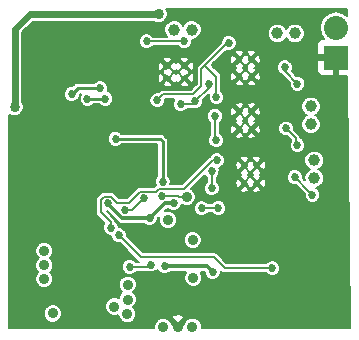
<source format=gbl>
G04 #@! TF.FileFunction,Copper,L2,Bot,Signal*
%FSLAX46Y46*%
G04 Gerber Fmt 4.6, Leading zero omitted, Abs format (unit mm)*
G04 Created by KiCad (PCBNEW (2014-12-04 BZR 5312)-product) date 1/7/2015 12:55:41 AM*
%MOMM*%
G01*
G04 APERTURE LIST*
%ADD10C,0.100000*%
%ADD11C,0.400000*%
%ADD12C,0.883200*%
%ADD13C,1.000000*%
%ADD14R,2.032000X2.032000*%
%ADD15O,2.032000X2.032000*%
%ADD16C,0.685800*%
%ADD17C,0.685799*%
%ADD18C,0.863600*%
%ADD19C,0.304800*%
%ADD20C,0.203200*%
%ADD21C,0.609600*%
%ADD22C,0.254000*%
%ADD23C,0.152400*%
G04 APERTURE END LIST*
D10*
D11*
X69657840Y-40212040D03*
X69657840Y-38712040D03*
X70657840Y-40212040D03*
X70657840Y-38712040D03*
X70137840Y-39462040D03*
X64580800Y-31297000D03*
X63080800Y-31297000D03*
X64580800Y-30297000D03*
X63080800Y-30297000D03*
X63830800Y-30817000D03*
X69210800Y-31205200D03*
X69210800Y-29705200D03*
X70210800Y-31205200D03*
X70210800Y-29705200D03*
X69690800Y-30455200D03*
X69210800Y-35650200D03*
X69210800Y-34150200D03*
X70210800Y-35650200D03*
X70210800Y-34150200D03*
X69690800Y-34900200D03*
D12*
X59715400Y-51282600D03*
X58623200Y-50647600D03*
X59740800Y-50063400D03*
X59740800Y-48793400D03*
X52684600Y-48311800D03*
X52684600Y-47161800D03*
X53390800Y-51231800D03*
X63144400Y-43307000D03*
X64744600Y-41376600D03*
X65252600Y-45034200D03*
X65303400Y-48209200D03*
X52684600Y-45961800D03*
D13*
X63673600Y-27228800D03*
X65173600Y-27228800D03*
X75539600Y-38273600D03*
X75539600Y-39773600D03*
X75260200Y-33701600D03*
X75260200Y-35201600D03*
X72411200Y-27518360D03*
X73911200Y-27518360D03*
D14*
X77368400Y-29565600D03*
D15*
X77368400Y-27025600D03*
D12*
X65227200Y-52349400D03*
X63997840Y-52349400D03*
X62760860Y-52354480D03*
D16*
X63628504Y-41911568D03*
X58039000Y-41910000D03*
X61595000Y-43180000D03*
X55321200Y-51892200D03*
D17*
X53238400Y-41732200D03*
D16*
X73533000Y-44043600D03*
X67716400Y-49885600D03*
X73558400Y-46177200D03*
X69773800Y-48514000D03*
X59334400Y-41224200D03*
X53086000Y-30708600D03*
X61976000Y-29108400D03*
X71094600Y-32816800D03*
X70916800Y-28549600D03*
X67691000Y-39217600D03*
X71399400Y-37134800D03*
X59588400Y-31013400D03*
X74803000Y-51562000D03*
X67144910Y-43230800D03*
X63562000Y-38109000D03*
X67123637Y-30217140D03*
X57048400Y-46101000D03*
X56284600Y-46861800D03*
X57023000Y-47599600D03*
X55549800Y-47599600D03*
X55549800Y-46126400D03*
X61391800Y-37744400D03*
X60712000Y-38434000D03*
X61391800Y-39116000D03*
X60020200Y-39116000D03*
X60020200Y-37744400D03*
X55900320Y-35874960D03*
X71361300Y-41191180D03*
X51127660Y-48849280D03*
X50927000Y-39903400D03*
X63246000Y-33477200D03*
X62636400Y-41275000D03*
D18*
X50165000Y-33782000D03*
X62357000Y-25908000D03*
D16*
X62865000Y-47244000D03*
X66929000Y-47752000D03*
X57861200Y-33070800D03*
X56337200Y-33070800D03*
X57404000Y-32181800D03*
X55016400Y-32664400D03*
X62699870Y-40084591D03*
X58712000Y-36459000D03*
X67301290Y-38269090D03*
X67233800Y-36576000D03*
X67132200Y-34518600D03*
X67259200Y-32943800D03*
X62255400Y-33197800D03*
X68300600Y-28346400D03*
X58293000Y-43967400D03*
X61722000Y-47091600D03*
X59918600Y-47294800D03*
X59512200Y-42468800D03*
X61087000Y-41490870D03*
X66598800Y-31775400D03*
X65473580Y-33258760D03*
X64239140Y-33512760D03*
X66001880Y-42341800D03*
X67424320Y-42316400D03*
X66852885Y-39204863D03*
D17*
X66868040Y-40652700D03*
D16*
X73888600Y-39700200D03*
X75387200Y-41198800D03*
X61366400Y-28194000D03*
X64516000Y-28186380D03*
X74117200Y-31800800D03*
X73055480Y-30398720D03*
X74117200Y-36982400D03*
X73152000Y-35572680D03*
X59004200Y-44627800D03*
X71986140Y-47411640D03*
D19*
X62863432Y-41911568D02*
X63143571Y-41911568D01*
X61595000Y-43180000D02*
X62863432Y-41911568D01*
X63143571Y-41911568D02*
X63628504Y-41911568D01*
X61595000Y-43180000D02*
X59264802Y-43180000D01*
X59264802Y-43180000D02*
X58039000Y-41954198D01*
X58039000Y-41954198D02*
X58039000Y-41910000D01*
D20*
X56284600Y-46861800D02*
X57045400Y-46101000D01*
X57045400Y-46101000D02*
X57048400Y-46101000D01*
X56285200Y-46861800D02*
X57023000Y-47599600D01*
X56284600Y-46861800D02*
X56285200Y-46861800D01*
X56284600Y-46864800D02*
X55549800Y-47599600D01*
X56284600Y-46861800D02*
X56284600Y-46864800D01*
X56284600Y-46861200D02*
X55549800Y-46126400D01*
X56284600Y-46861800D02*
X56284600Y-46861200D01*
X60712000Y-38434000D02*
X60708200Y-38430200D01*
X60708200Y-38430200D02*
X60708200Y-38428000D01*
X60708200Y-38428000D02*
X61391800Y-37744400D01*
X60712000Y-38436200D02*
X61391800Y-39116000D01*
X60712000Y-38434000D02*
X60712000Y-38436200D01*
X60702200Y-38434000D02*
X60020200Y-39116000D01*
X60712000Y-38434000D02*
X60702200Y-38434000D01*
X60709800Y-38434000D02*
X60020200Y-37744400D01*
X60712000Y-38434000D02*
X60709800Y-38434000D01*
X64018484Y-41275000D02*
X62636400Y-41275000D01*
X64120084Y-41376600D02*
X64018484Y-41275000D01*
X64744600Y-41376600D02*
X64120084Y-41376600D01*
D21*
X51435000Y-25908000D02*
X50165000Y-27178000D01*
X51435000Y-25908000D02*
X62357000Y-25908000D01*
X50165000Y-33782000D02*
X50165000Y-27178000D01*
D19*
X66929000Y-47752000D02*
X66421000Y-47244000D01*
X66421000Y-47244000D02*
X62865000Y-47244000D01*
D22*
X57861200Y-33070800D02*
X56337200Y-33070800D01*
X57404000Y-32181800D02*
X55499000Y-32181800D01*
X55499000Y-32181800D02*
X55016400Y-32664400D01*
X62699870Y-36664870D02*
X62494000Y-36459000D01*
X62494000Y-36459000D02*
X58712000Y-36459000D01*
X62699870Y-40084591D02*
X62699870Y-36664870D01*
D23*
X67132200Y-34518600D02*
X67132200Y-36474400D01*
X67132200Y-36474400D02*
X67233800Y-36576000D01*
X67259200Y-32458867D02*
X67259200Y-32943800D01*
X67259200Y-31191200D02*
X67259200Y-32458867D01*
X66326479Y-30258479D02*
X67259200Y-31191200D01*
X66326479Y-30193521D02*
X66326479Y-30258479D01*
X66326479Y-30193521D02*
X65989200Y-30530800D01*
X68173600Y-28346400D02*
X66326479Y-30193521D01*
X68300600Y-28346400D02*
X68173600Y-28346400D01*
X65989200Y-30530800D02*
X65989200Y-31937958D01*
X62598299Y-32854901D02*
X62255400Y-33197800D01*
X65989200Y-31937958D02*
X65239899Y-32687259D01*
X65239899Y-32687259D02*
X62765941Y-32687259D01*
X62765941Y-32687259D02*
X62598299Y-32854901D01*
X66945328Y-38269090D02*
X67301290Y-38269090D01*
X62400178Y-40665400D02*
X64549018Y-40665400D01*
X62146209Y-40919369D02*
X62400178Y-40665400D01*
X60812679Y-40919369D02*
X62146209Y-40919369D01*
X64549018Y-40665400D02*
X66945328Y-38269090D01*
X59872848Y-41859200D02*
X60812679Y-40919369D01*
X58826400Y-41859200D02*
X59872848Y-41859200D01*
X58305699Y-41338499D02*
X58826400Y-41859200D01*
X57467499Y-41635679D02*
X57764679Y-41338499D01*
X57467499Y-42656966D02*
X57467499Y-41635679D01*
X57764679Y-41338499D02*
X58305699Y-41338499D01*
X58293000Y-43482467D02*
X57467499Y-42656966D01*
X58293000Y-43967400D02*
X58293000Y-43482467D01*
X59918600Y-47294800D02*
X61518800Y-47294800D01*
X61518800Y-47294800D02*
X61722000Y-47091600D01*
X59512200Y-42468800D02*
X60109070Y-42468800D01*
X60109070Y-42468800D02*
X60744101Y-41833769D01*
X60744101Y-41833769D02*
X61087000Y-41490870D01*
X66598800Y-32133540D02*
X66598800Y-31775400D01*
X65473580Y-33258760D02*
X66598800Y-32133540D01*
X64950340Y-33512760D02*
X65219580Y-33512760D01*
X65219580Y-33512760D02*
X65473580Y-33258760D01*
X64239140Y-33512760D02*
X64950340Y-33512760D01*
X66027280Y-42316400D02*
X66001880Y-42341800D01*
X67424320Y-42316400D02*
X66027280Y-42316400D01*
X67233800Y-42341800D02*
X66001880Y-42341800D01*
X66868040Y-39220018D02*
X66852885Y-39204863D01*
X66868040Y-40652700D02*
X66868040Y-39220018D01*
X75387200Y-41198800D02*
X75044301Y-40855901D01*
X75044301Y-40855901D02*
X73888600Y-39700200D01*
X61366400Y-28194000D02*
X64508380Y-28194000D01*
X64508380Y-28194000D02*
X64516000Y-28186380D01*
X74117200Y-31800800D02*
X73055480Y-30739080D01*
X73055480Y-30739080D02*
X73055480Y-30398720D01*
X73990200Y-36855400D02*
X73990200Y-36410880D01*
X73990200Y-36410880D02*
X73152000Y-35572680D01*
X74117200Y-36982400D02*
X73990200Y-36855400D01*
D20*
X67967860Y-47411640D02*
X71986140Y-47411640D01*
X67050919Y-46494699D02*
X67967860Y-47411640D01*
X60871099Y-46494699D02*
X67050919Y-46494699D01*
X59004200Y-44627800D02*
X60871099Y-46494699D01*
D23*
G36*
X78536085Y-52501800D02*
X77190600Y-52501800D01*
X77190600Y-31019750D01*
X77190600Y-29743400D01*
X75914250Y-29743400D01*
X75768200Y-29889450D01*
X75768200Y-30697805D01*
X75857139Y-30912523D01*
X76021478Y-31076861D01*
X76236196Y-31165800D01*
X76468605Y-31165800D01*
X77044550Y-31165800D01*
X77190600Y-31019750D01*
X77190600Y-52501800D01*
X76369944Y-52501800D01*
X76369944Y-39609187D01*
X76243820Y-39303944D01*
X76010485Y-39070201D01*
X75898358Y-39023641D01*
X76009256Y-38977820D01*
X76242999Y-38744485D01*
X76369656Y-38439462D01*
X76369944Y-38109187D01*
X76243820Y-37803944D01*
X76090544Y-37650399D01*
X76090544Y-35037187D01*
X75964420Y-34731944D01*
X75731085Y-34498201D01*
X75618958Y-34451641D01*
X75729856Y-34405820D01*
X75963599Y-34172485D01*
X76090256Y-33867462D01*
X76090544Y-33537187D01*
X75964420Y-33231944D01*
X75731085Y-32998201D01*
X75426062Y-32871544D01*
X75095787Y-32871256D01*
X74790544Y-32997380D01*
X74790417Y-32997506D01*
X74790417Y-31667499D01*
X74741544Y-31549217D01*
X74741544Y-27353947D01*
X74615420Y-27048704D01*
X74382085Y-26814961D01*
X74077062Y-26688304D01*
X73746787Y-26688016D01*
X73441544Y-26814140D01*
X73207801Y-27047475D01*
X73161241Y-27159601D01*
X73115420Y-27048704D01*
X72882085Y-26814961D01*
X72577062Y-26688304D01*
X72246787Y-26688016D01*
X71941544Y-26814140D01*
X71707801Y-27047475D01*
X71581144Y-27352498D01*
X71580856Y-27682773D01*
X71706980Y-27988016D01*
X71940315Y-28221759D01*
X72245338Y-28348416D01*
X72575613Y-28348704D01*
X72880856Y-28222580D01*
X73114599Y-27989245D01*
X73161158Y-27877118D01*
X73206980Y-27988016D01*
X73440315Y-28221759D01*
X73745338Y-28348416D01*
X74075613Y-28348704D01*
X74380856Y-28222580D01*
X74614599Y-27989245D01*
X74741256Y-27684222D01*
X74741544Y-27353947D01*
X74741544Y-31549217D01*
X74688159Y-31420017D01*
X74498978Y-31230506D01*
X74251675Y-31127817D01*
X74018749Y-31127613D01*
X73639229Y-30748093D01*
X73728463Y-30533195D01*
X73728697Y-30265419D01*
X73626439Y-30017937D01*
X73437258Y-29828426D01*
X73189955Y-29725737D01*
X72922179Y-29725503D01*
X72674697Y-29827761D01*
X72485186Y-30016942D01*
X72382497Y-30264245D01*
X72382263Y-30532021D01*
X72484521Y-30779503D01*
X72673702Y-30969014D01*
X72751252Y-31001215D01*
X72768112Y-31026448D01*
X73444185Y-31702521D01*
X73443983Y-31934101D01*
X73546241Y-32181583D01*
X73735422Y-32371094D01*
X73982725Y-32473783D01*
X74250501Y-32474017D01*
X74497983Y-32371759D01*
X74687494Y-32182578D01*
X74790183Y-31935275D01*
X74790417Y-31667499D01*
X74790417Y-32997506D01*
X74556801Y-33230715D01*
X74430144Y-33535738D01*
X74429856Y-33866013D01*
X74555980Y-34171256D01*
X74789315Y-34404999D01*
X74901441Y-34451558D01*
X74790544Y-34497380D01*
X74556801Y-34730715D01*
X74430144Y-35035738D01*
X74429856Y-35366013D01*
X74555980Y-35671256D01*
X74789315Y-35904999D01*
X75094338Y-36031656D01*
X75424613Y-36031944D01*
X75729856Y-35905820D01*
X75963599Y-35672485D01*
X76090256Y-35367462D01*
X76090544Y-35037187D01*
X76090544Y-37650399D01*
X76010485Y-37570201D01*
X75705462Y-37443544D01*
X75375187Y-37443256D01*
X75069944Y-37569380D01*
X74836201Y-37802715D01*
X74790417Y-37912974D01*
X74790417Y-36849099D01*
X74688159Y-36601617D01*
X74498978Y-36412106D01*
X74387648Y-36365878D01*
X74365665Y-36255358D01*
X74365665Y-36255357D01*
X74277568Y-36123512D01*
X73825014Y-35670958D01*
X73825217Y-35439379D01*
X73722959Y-35191897D01*
X73533778Y-35002386D01*
X73286475Y-34899697D01*
X73018699Y-34899463D01*
X72771217Y-35001721D01*
X72581706Y-35190902D01*
X72479017Y-35438205D01*
X72478783Y-35705981D01*
X72581041Y-35953463D01*
X72770222Y-36142974D01*
X73017525Y-36245663D01*
X73250450Y-36245866D01*
X73576081Y-36571497D01*
X73546906Y-36600622D01*
X73444217Y-36847925D01*
X73443983Y-37115701D01*
X73546241Y-37363183D01*
X73735422Y-37552694D01*
X73982725Y-37655383D01*
X74250501Y-37655617D01*
X74497983Y-37553359D01*
X74687494Y-37364178D01*
X74790183Y-37116875D01*
X74790417Y-36849099D01*
X74790417Y-37912974D01*
X74709544Y-38107738D01*
X74709256Y-38438013D01*
X74835380Y-38743256D01*
X75068715Y-38976999D01*
X75180841Y-39023558D01*
X75069944Y-39069380D01*
X74836201Y-39302715D01*
X74709544Y-39607738D01*
X74709256Y-39938013D01*
X74714964Y-39951828D01*
X74561614Y-39798478D01*
X74561817Y-39566899D01*
X74459559Y-39319417D01*
X74270378Y-39129906D01*
X74023075Y-39027217D01*
X73755299Y-39026983D01*
X73507817Y-39129241D01*
X73318306Y-39318422D01*
X73215617Y-39565725D01*
X73215383Y-39833501D01*
X73317641Y-40080983D01*
X73506822Y-40270494D01*
X73754125Y-40373183D01*
X73987050Y-40373386D01*
X74714185Y-41100521D01*
X74713983Y-41332101D01*
X74816241Y-41579583D01*
X75005422Y-41769094D01*
X75252725Y-41871783D01*
X75520501Y-41872017D01*
X75767983Y-41769759D01*
X75957494Y-41580578D01*
X76060183Y-41333275D01*
X76060417Y-41065499D01*
X75958159Y-40818017D01*
X75768978Y-40628506D01*
X75706926Y-40602740D01*
X76009256Y-40477820D01*
X76242999Y-40244485D01*
X76369656Y-39939462D01*
X76369944Y-39609187D01*
X76369944Y-52501800D01*
X72659357Y-52501800D01*
X72659357Y-47278339D01*
X72557099Y-47030857D01*
X72367918Y-46841346D01*
X72120615Y-46738657D01*
X71852839Y-46738423D01*
X71605357Y-46840681D01*
X71465955Y-46979840D01*
X71452551Y-46979840D01*
X71452551Y-40299992D01*
X71452551Y-38799992D01*
X71425715Y-38489175D01*
X71358400Y-38326660D01*
X71185212Y-38326089D01*
X71043791Y-38467510D01*
X71043791Y-38184668D01*
X71043220Y-38011480D01*
X71005511Y-37999543D01*
X71005511Y-35738152D01*
X71005511Y-34238152D01*
X71005511Y-31293152D01*
X71005511Y-29793152D01*
X70978675Y-29482335D01*
X70911360Y-29319820D01*
X70738172Y-29319249D01*
X70596751Y-29460670D01*
X70596751Y-29177828D01*
X70596180Y-29004640D01*
X70298752Y-28910489D01*
X69987935Y-28937325D01*
X69825420Y-29004640D01*
X69824849Y-29177828D01*
X70210800Y-29563779D01*
X70596751Y-29177828D01*
X70596751Y-29460670D01*
X70352221Y-29705200D01*
X70738172Y-30091151D01*
X70911360Y-30090580D01*
X71005511Y-29793152D01*
X71005511Y-31293152D01*
X70978675Y-30982335D01*
X70911360Y-30819820D01*
X70738172Y-30819249D01*
X70596751Y-30960670D01*
X70596751Y-30677828D01*
X70596180Y-30504640D01*
X70478982Y-30467541D01*
X70477879Y-30454761D01*
X70596180Y-30405760D01*
X70596751Y-30232572D01*
X70210800Y-29846621D01*
X70076751Y-29980670D01*
X70076751Y-29927828D01*
X70076180Y-29754640D01*
X70033461Y-29741117D01*
X70069379Y-29705200D01*
X69991164Y-29626985D01*
X69978675Y-29482335D01*
X69911360Y-29319820D01*
X69738172Y-29319249D01*
X69710800Y-29346621D01*
X69683428Y-29319249D01*
X69596751Y-29319534D01*
X69596751Y-29177828D01*
X69596180Y-29004640D01*
X69298752Y-28910489D01*
X68987935Y-28937325D01*
X68973817Y-28943172D01*
X68973817Y-28213099D01*
X68871559Y-27965617D01*
X68682378Y-27776106D01*
X68435075Y-27673417D01*
X68167299Y-27673183D01*
X67919817Y-27775441D01*
X67730306Y-27964622D01*
X67627617Y-28211925D01*
X67627524Y-28317738D01*
X66039114Y-29906149D01*
X66039111Y-29906152D01*
X66003944Y-29941319D01*
X66003944Y-27064387D01*
X65877820Y-26759144D01*
X65644485Y-26525401D01*
X65339462Y-26398744D01*
X65009187Y-26398456D01*
X64703944Y-26524580D01*
X64470201Y-26757915D01*
X64423641Y-26870041D01*
X64377820Y-26759144D01*
X64144485Y-26525401D01*
X63839462Y-26398744D01*
X63509187Y-26398456D01*
X63203944Y-26524580D01*
X62970201Y-26757915D01*
X62843544Y-27062938D01*
X62843256Y-27393213D01*
X62969380Y-27698456D01*
X63058368Y-27787600D01*
X61911786Y-27787600D01*
X61748178Y-27623706D01*
X61500875Y-27521017D01*
X61233099Y-27520783D01*
X60985617Y-27623041D01*
X60796106Y-27812222D01*
X60693417Y-28059525D01*
X60693183Y-28327301D01*
X60795441Y-28574783D01*
X60984622Y-28764294D01*
X61231925Y-28866983D01*
X61499701Y-28867217D01*
X61747183Y-28764959D01*
X61912029Y-28600400D01*
X63978220Y-28600400D01*
X64134222Y-28756674D01*
X64381525Y-28859363D01*
X64649301Y-28859597D01*
X64896783Y-28757339D01*
X65086294Y-28568158D01*
X65188983Y-28320855D01*
X65189211Y-28059014D01*
X65338013Y-28059144D01*
X65643256Y-27933020D01*
X65876999Y-27699685D01*
X66003656Y-27394662D01*
X66003944Y-27064387D01*
X66003944Y-29941319D01*
X65701832Y-30243432D01*
X65613735Y-30375277D01*
X65582800Y-30530800D01*
X65582800Y-31769622D01*
X65375511Y-31976911D01*
X65375511Y-31384952D01*
X65375511Y-30384952D01*
X65348675Y-30074135D01*
X65281360Y-29911620D01*
X65108172Y-29911049D01*
X64966751Y-30052470D01*
X64966751Y-29769628D01*
X64966180Y-29596440D01*
X64668752Y-29502289D01*
X64357935Y-29529125D01*
X64195420Y-29596440D01*
X64194849Y-29769628D01*
X64580800Y-30155579D01*
X64966751Y-29769628D01*
X64966751Y-30052470D01*
X64722221Y-30297000D01*
X65108172Y-30682951D01*
X65281360Y-30682380D01*
X65375511Y-30384952D01*
X65375511Y-31384952D01*
X65348675Y-31074135D01*
X65281360Y-30911620D01*
X65108172Y-30911049D01*
X64966751Y-31052470D01*
X64966751Y-30824372D01*
X64939379Y-30797000D01*
X64966751Y-30769628D01*
X64966180Y-30596440D01*
X64668752Y-30502289D01*
X64646582Y-30504203D01*
X64580800Y-30438421D01*
X64547832Y-30471388D01*
X64531360Y-30431620D01*
X64439379Y-30431316D01*
X64439379Y-30297000D01*
X64053428Y-29911049D01*
X63880240Y-29911620D01*
X63843141Y-30028817D01*
X63830361Y-30029920D01*
X63781360Y-29911620D01*
X63608172Y-29911049D01*
X63466751Y-30052470D01*
X63466751Y-29769628D01*
X63466180Y-29596440D01*
X63168752Y-29502289D01*
X62857935Y-29529125D01*
X62695420Y-29596440D01*
X62694849Y-29769628D01*
X63080800Y-30155579D01*
X63466751Y-29769628D01*
X63466751Y-30052470D01*
X63222221Y-30297000D01*
X63608172Y-30682951D01*
X63781360Y-30682380D01*
X63794882Y-30639661D01*
X63830800Y-30675579D01*
X63863767Y-30642611D01*
X63880240Y-30682380D01*
X64053428Y-30682951D01*
X64439379Y-30297000D01*
X64439379Y-30431316D01*
X64358172Y-30431049D01*
X63972221Y-30817000D01*
X64358172Y-31202951D01*
X64531360Y-31202380D01*
X64554500Y-31129279D01*
X64580800Y-31155579D01*
X64659014Y-31077364D01*
X64803665Y-31064875D01*
X64966180Y-30997560D01*
X64966751Y-30824372D01*
X64966751Y-31052470D01*
X64722221Y-31297000D01*
X65108172Y-31682951D01*
X65281360Y-31682380D01*
X65375511Y-31384952D01*
X65375511Y-31976911D01*
X65071563Y-32280859D01*
X64966751Y-32280859D01*
X64966751Y-31824372D01*
X64580800Y-31438421D01*
X64439379Y-31579842D01*
X64439379Y-31297000D01*
X64053428Y-30911049D01*
X63880240Y-30911620D01*
X63857099Y-30984720D01*
X63830800Y-30958421D01*
X63809548Y-30979672D01*
X63781360Y-30911620D01*
X63689379Y-30911316D01*
X63689379Y-30817000D01*
X63303428Y-30431049D01*
X63130240Y-30431620D01*
X63116717Y-30474338D01*
X63080800Y-30438421D01*
X63002585Y-30516635D01*
X62939379Y-30522092D01*
X62939379Y-30297000D01*
X62553428Y-29911049D01*
X62380240Y-29911620D01*
X62286089Y-30209048D01*
X62312925Y-30519865D01*
X62380240Y-30682380D01*
X62553428Y-30682951D01*
X62939379Y-30297000D01*
X62939379Y-30522092D01*
X62857935Y-30529125D01*
X62695420Y-30596440D01*
X62694849Y-30769628D01*
X62722221Y-30796999D01*
X62694849Y-30824372D01*
X62695420Y-30997560D01*
X62992848Y-31091711D01*
X63015017Y-31089796D01*
X63080800Y-31155579D01*
X63102051Y-31134327D01*
X63130240Y-31202380D01*
X63303428Y-31202951D01*
X63689379Y-30817000D01*
X63689379Y-30911316D01*
X63608172Y-30911049D01*
X63222221Y-31297000D01*
X63608172Y-31682951D01*
X63781360Y-31682380D01*
X63805441Y-31606306D01*
X63847235Y-31602698D01*
X63880240Y-31682380D01*
X64053428Y-31682951D01*
X64439379Y-31297000D01*
X64439379Y-31579842D01*
X64194849Y-31824372D01*
X64195420Y-31997560D01*
X64492848Y-32091711D01*
X64803665Y-32064875D01*
X64966180Y-31997560D01*
X64966751Y-31824372D01*
X64966751Y-32280859D01*
X63466751Y-32280859D01*
X63466751Y-31824372D01*
X63080800Y-31438421D01*
X62939379Y-31579842D01*
X62939379Y-31297000D01*
X62553428Y-30911049D01*
X62380240Y-30911620D01*
X62286089Y-31209048D01*
X62312925Y-31519865D01*
X62380240Y-31682380D01*
X62553428Y-31682951D01*
X62939379Y-31297000D01*
X62939379Y-31579842D01*
X62694849Y-31824372D01*
X62695420Y-31997560D01*
X62992848Y-32091711D01*
X63303665Y-32064875D01*
X63466180Y-31997560D01*
X63466751Y-31824372D01*
X63466751Y-32280859D01*
X62765941Y-32280859D01*
X62610419Y-32311793D01*
X62478573Y-32399891D01*
X62353678Y-32524785D01*
X62122099Y-32524583D01*
X61874617Y-32626841D01*
X61685106Y-32816022D01*
X61582417Y-33063325D01*
X61582183Y-33331101D01*
X61684441Y-33578583D01*
X61873622Y-33768094D01*
X62120925Y-33870783D01*
X62388701Y-33871017D01*
X62636183Y-33768759D01*
X62825694Y-33579578D01*
X62928383Y-33332275D01*
X62928586Y-33099349D01*
X62934277Y-33093659D01*
X63706234Y-33093659D01*
X63668846Y-33130982D01*
X63566157Y-33378285D01*
X63565923Y-33646061D01*
X63668181Y-33893543D01*
X63857362Y-34083054D01*
X64104665Y-34185743D01*
X64372441Y-34185977D01*
X64619923Y-34083719D01*
X64784769Y-33919160D01*
X64950340Y-33919160D01*
X65219580Y-33919160D01*
X65279904Y-33907160D01*
X65339105Y-33931743D01*
X65606881Y-33931977D01*
X65854363Y-33829719D01*
X66043874Y-33640538D01*
X66146563Y-33393235D01*
X66146766Y-33160309D01*
X66649035Y-32658040D01*
X66586217Y-32809325D01*
X66585983Y-33077101D01*
X66688241Y-33324583D01*
X66877422Y-33514094D01*
X67124725Y-33616783D01*
X67392501Y-33617017D01*
X67639983Y-33514759D01*
X67829494Y-33325578D01*
X67932183Y-33078275D01*
X67932417Y-32810499D01*
X67830159Y-32563017D01*
X67665600Y-32398170D01*
X67665600Y-31191200D01*
X67634665Y-31035678D01*
X67634665Y-31035677D01*
X67546568Y-30903832D01*
X66868736Y-30226000D01*
X68101986Y-28992750D01*
X68166125Y-29019383D01*
X68433901Y-29019617D01*
X68681383Y-28917359D01*
X68870894Y-28728178D01*
X68973583Y-28480875D01*
X68973817Y-28213099D01*
X68973817Y-28943172D01*
X68825420Y-29004640D01*
X68824849Y-29177828D01*
X69210800Y-29563779D01*
X69596751Y-29177828D01*
X69596751Y-29319534D01*
X69510240Y-29319820D01*
X69416089Y-29617248D01*
X69418003Y-29639417D01*
X69352221Y-29705200D01*
X69373472Y-29726451D01*
X69305420Y-29754640D01*
X69304849Y-29927828D01*
X69690800Y-30313779D01*
X70076751Y-29927828D01*
X70076751Y-29980670D01*
X69824849Y-30232572D01*
X69825420Y-30405760D01*
X69868138Y-30419282D01*
X69832221Y-30455200D01*
X69865188Y-30488167D01*
X69825420Y-30504640D01*
X69824849Y-30677828D01*
X70210800Y-31063779D01*
X70596751Y-30677828D01*
X70596751Y-30960670D01*
X70352221Y-31205200D01*
X70738172Y-31591151D01*
X70911360Y-31590580D01*
X71005511Y-31293152D01*
X71005511Y-34238152D01*
X70978675Y-33927335D01*
X70911360Y-33764820D01*
X70738172Y-33764249D01*
X70596751Y-33905670D01*
X70596751Y-33622828D01*
X70596751Y-31732572D01*
X70210800Y-31346621D01*
X70076751Y-31480670D01*
X70076751Y-30982572D01*
X69690800Y-30596621D01*
X69596751Y-30690670D01*
X69596751Y-30677828D01*
X69596180Y-30504640D01*
X69523079Y-30481499D01*
X69549379Y-30455200D01*
X69528127Y-30433948D01*
X69596180Y-30405760D01*
X69596751Y-30232572D01*
X69210800Y-29846621D01*
X69069379Y-29988042D01*
X69069379Y-29705200D01*
X68683428Y-29319249D01*
X68510240Y-29319820D01*
X68416089Y-29617248D01*
X68442925Y-29928065D01*
X68510240Y-30090580D01*
X68683428Y-30091151D01*
X69069379Y-29705200D01*
X69069379Y-29988042D01*
X68824849Y-30232572D01*
X68825420Y-30405760D01*
X68901493Y-30429841D01*
X68905101Y-30471635D01*
X68825420Y-30504640D01*
X68824849Y-30677828D01*
X69210800Y-31063779D01*
X69596751Y-30677828D01*
X69596751Y-30690670D01*
X69304849Y-30982572D01*
X69305420Y-31155760D01*
X69378520Y-31178900D01*
X69352221Y-31205200D01*
X69430435Y-31283414D01*
X69442925Y-31428065D01*
X69510240Y-31590580D01*
X69683428Y-31591151D01*
X69710800Y-31563779D01*
X69738172Y-31591151D01*
X69911360Y-31590580D01*
X70005511Y-31293152D01*
X70003596Y-31270982D01*
X70069379Y-31205200D01*
X70036411Y-31172232D01*
X70076180Y-31155760D01*
X70076751Y-30982572D01*
X70076751Y-31480670D01*
X69824849Y-31732572D01*
X69825420Y-31905760D01*
X70122848Y-31999911D01*
X70433665Y-31973075D01*
X70596180Y-31905760D01*
X70596751Y-31732572D01*
X70596751Y-33622828D01*
X70596180Y-33449640D01*
X70298752Y-33355489D01*
X69987935Y-33382325D01*
X69825420Y-33449640D01*
X69824849Y-33622828D01*
X70210800Y-34008779D01*
X70596751Y-33622828D01*
X70596751Y-33905670D01*
X70352221Y-34150200D01*
X70738172Y-34536151D01*
X70911360Y-34535580D01*
X71005511Y-34238152D01*
X71005511Y-35738152D01*
X70978675Y-35427335D01*
X70911360Y-35264820D01*
X70738172Y-35264249D01*
X70596751Y-35405670D01*
X70596751Y-35122828D01*
X70596180Y-34949640D01*
X70478982Y-34912541D01*
X70477879Y-34899761D01*
X70596180Y-34850760D01*
X70596751Y-34677572D01*
X70210800Y-34291621D01*
X70076751Y-34425670D01*
X70076751Y-34372828D01*
X70076180Y-34199640D01*
X70033461Y-34186117D01*
X70069379Y-34150200D01*
X69991164Y-34071985D01*
X69978675Y-33927335D01*
X69911360Y-33764820D01*
X69738172Y-33764249D01*
X69710800Y-33791621D01*
X69683428Y-33764249D01*
X69596751Y-33764534D01*
X69596751Y-33622828D01*
X69596751Y-31732572D01*
X69210800Y-31346621D01*
X69069379Y-31488042D01*
X69069379Y-31205200D01*
X68683428Y-30819249D01*
X68510240Y-30819820D01*
X68416089Y-31117248D01*
X68442925Y-31428065D01*
X68510240Y-31590580D01*
X68683428Y-31591151D01*
X69069379Y-31205200D01*
X69069379Y-31488042D01*
X68824849Y-31732572D01*
X68825420Y-31905760D01*
X69122848Y-31999911D01*
X69433665Y-31973075D01*
X69596180Y-31905760D01*
X69596751Y-31732572D01*
X69596751Y-33622828D01*
X69596180Y-33449640D01*
X69298752Y-33355489D01*
X68987935Y-33382325D01*
X68825420Y-33449640D01*
X68824849Y-33622828D01*
X69210800Y-34008779D01*
X69596751Y-33622828D01*
X69596751Y-33764534D01*
X69510240Y-33764820D01*
X69416089Y-34062248D01*
X69418003Y-34084417D01*
X69352221Y-34150200D01*
X69373472Y-34171451D01*
X69305420Y-34199640D01*
X69304849Y-34372828D01*
X69690800Y-34758779D01*
X70076751Y-34372828D01*
X70076751Y-34425670D01*
X69824849Y-34677572D01*
X69825420Y-34850760D01*
X69868138Y-34864282D01*
X69832221Y-34900200D01*
X69865188Y-34933167D01*
X69825420Y-34949640D01*
X69824849Y-35122828D01*
X70210800Y-35508779D01*
X70596751Y-35122828D01*
X70596751Y-35405670D01*
X70352221Y-35650200D01*
X70738172Y-36036151D01*
X70911360Y-36035580D01*
X71005511Y-35738152D01*
X71005511Y-37999543D01*
X70745792Y-37917329D01*
X70596751Y-37930197D01*
X70596751Y-36177572D01*
X70210800Y-35791621D01*
X70076751Y-35925670D01*
X70076751Y-35427572D01*
X69690800Y-35041621D01*
X69596751Y-35135670D01*
X69596751Y-35122828D01*
X69596180Y-34949640D01*
X69523079Y-34926499D01*
X69549379Y-34900200D01*
X69528127Y-34878948D01*
X69596180Y-34850760D01*
X69596751Y-34677572D01*
X69210800Y-34291621D01*
X69069379Y-34433042D01*
X69069379Y-34150200D01*
X68683428Y-33764249D01*
X68510240Y-33764820D01*
X68416089Y-34062248D01*
X68442925Y-34373065D01*
X68510240Y-34535580D01*
X68683428Y-34536151D01*
X69069379Y-34150200D01*
X69069379Y-34433042D01*
X68824849Y-34677572D01*
X68825420Y-34850760D01*
X68901493Y-34874841D01*
X68905101Y-34916635D01*
X68825420Y-34949640D01*
X68824849Y-35122828D01*
X69210800Y-35508779D01*
X69596751Y-35122828D01*
X69596751Y-35135670D01*
X69304849Y-35427572D01*
X69305420Y-35600760D01*
X69378520Y-35623900D01*
X69352221Y-35650200D01*
X69430435Y-35728414D01*
X69442925Y-35873065D01*
X69510240Y-36035580D01*
X69683428Y-36036151D01*
X69710800Y-36008779D01*
X69738172Y-36036151D01*
X69911360Y-36035580D01*
X70005511Y-35738152D01*
X70003596Y-35715982D01*
X70069379Y-35650200D01*
X70036411Y-35617232D01*
X70076180Y-35600760D01*
X70076751Y-35427572D01*
X70076751Y-35925670D01*
X69824849Y-36177572D01*
X69825420Y-36350760D01*
X70122848Y-36444911D01*
X70433665Y-36418075D01*
X70596180Y-36350760D01*
X70596751Y-36177572D01*
X70596751Y-37930197D01*
X70434975Y-37944165D01*
X70272460Y-38011480D01*
X70271889Y-38184668D01*
X70657840Y-38570619D01*
X71043791Y-38184668D01*
X71043791Y-38467510D01*
X70799261Y-38712040D01*
X71185212Y-39097991D01*
X71358400Y-39097420D01*
X71452551Y-38799992D01*
X71452551Y-40299992D01*
X71425715Y-39989175D01*
X71358400Y-39826660D01*
X71185212Y-39826089D01*
X71043791Y-39967510D01*
X71043791Y-39684668D01*
X71043220Y-39511480D01*
X70926022Y-39474381D01*
X70924919Y-39461601D01*
X71043220Y-39412600D01*
X71043791Y-39239412D01*
X70657840Y-38853461D01*
X70523791Y-38987510D01*
X70523791Y-38934668D01*
X70523220Y-38761480D01*
X70480501Y-38747957D01*
X70516419Y-38712040D01*
X70438204Y-38633825D01*
X70425715Y-38489175D01*
X70358400Y-38326660D01*
X70185212Y-38326089D01*
X70157840Y-38353461D01*
X70130468Y-38326089D01*
X70043791Y-38326374D01*
X70043791Y-38184668D01*
X70043220Y-38011480D01*
X69745792Y-37917329D01*
X69596751Y-37930197D01*
X69596751Y-36177572D01*
X69210800Y-35791621D01*
X69069379Y-35933042D01*
X69069379Y-35650200D01*
X68683428Y-35264249D01*
X68510240Y-35264820D01*
X68416089Y-35562248D01*
X68442925Y-35873065D01*
X68510240Y-36035580D01*
X68683428Y-36036151D01*
X69069379Y-35650200D01*
X69069379Y-35933042D01*
X68824849Y-36177572D01*
X68825420Y-36350760D01*
X69122848Y-36444911D01*
X69433665Y-36418075D01*
X69596180Y-36350760D01*
X69596751Y-36177572D01*
X69596751Y-37930197D01*
X69434975Y-37944165D01*
X69272460Y-38011480D01*
X69271889Y-38184668D01*
X69657840Y-38570619D01*
X70043791Y-38184668D01*
X70043791Y-38326374D01*
X69957280Y-38326660D01*
X69863129Y-38624088D01*
X69865043Y-38646257D01*
X69799261Y-38712040D01*
X69820512Y-38733291D01*
X69752460Y-38761480D01*
X69751889Y-38934668D01*
X70137840Y-39320619D01*
X70523791Y-38934668D01*
X70523791Y-38987510D01*
X70271889Y-39239412D01*
X70272460Y-39412600D01*
X70315178Y-39426122D01*
X70279261Y-39462040D01*
X70312228Y-39495007D01*
X70272460Y-39511480D01*
X70271889Y-39684668D01*
X70657840Y-40070619D01*
X71043791Y-39684668D01*
X71043791Y-39967510D01*
X70799261Y-40212040D01*
X71185212Y-40597991D01*
X71358400Y-40597420D01*
X71452551Y-40299992D01*
X71452551Y-46979840D01*
X71043791Y-46979840D01*
X71043791Y-40739412D01*
X70657840Y-40353461D01*
X70523791Y-40487510D01*
X70523791Y-39989412D01*
X70137840Y-39603461D01*
X70043791Y-39697510D01*
X70043791Y-39684668D01*
X70043220Y-39511480D01*
X69970119Y-39488339D01*
X69996419Y-39462040D01*
X69975167Y-39440788D01*
X70043220Y-39412600D01*
X70043791Y-39239412D01*
X69657840Y-38853461D01*
X69516419Y-38994882D01*
X69516419Y-38712040D01*
X69130468Y-38326089D01*
X68957280Y-38326660D01*
X68863129Y-38624088D01*
X68889965Y-38934905D01*
X68957280Y-39097420D01*
X69130468Y-39097991D01*
X69516419Y-38712040D01*
X69516419Y-38994882D01*
X69271889Y-39239412D01*
X69272460Y-39412600D01*
X69348533Y-39436681D01*
X69352141Y-39478475D01*
X69272460Y-39511480D01*
X69271889Y-39684668D01*
X69657840Y-40070619D01*
X70043791Y-39684668D01*
X70043791Y-39697510D01*
X69751889Y-39989412D01*
X69752460Y-40162600D01*
X69825560Y-40185740D01*
X69799261Y-40212040D01*
X69877475Y-40290254D01*
X69889965Y-40434905D01*
X69957280Y-40597420D01*
X70130468Y-40597991D01*
X70157840Y-40570619D01*
X70185212Y-40597991D01*
X70358400Y-40597420D01*
X70452551Y-40299992D01*
X70450636Y-40277822D01*
X70516419Y-40212040D01*
X70483451Y-40179072D01*
X70523220Y-40162600D01*
X70523791Y-39989412D01*
X70523791Y-40487510D01*
X70271889Y-40739412D01*
X70272460Y-40912600D01*
X70569888Y-41006751D01*
X70880705Y-40979915D01*
X71043220Y-40912600D01*
X71043791Y-40739412D01*
X71043791Y-46979840D01*
X70043791Y-46979840D01*
X70043791Y-40739412D01*
X69657840Y-40353461D01*
X69516419Y-40494882D01*
X69516419Y-40212040D01*
X69130468Y-39826089D01*
X68957280Y-39826660D01*
X68863129Y-40124088D01*
X68889965Y-40434905D01*
X68957280Y-40597420D01*
X69130468Y-40597991D01*
X69516419Y-40212040D01*
X69516419Y-40494882D01*
X69271889Y-40739412D01*
X69272460Y-40912600D01*
X69569888Y-41006751D01*
X69880705Y-40979915D01*
X70043220Y-40912600D01*
X70043791Y-40739412D01*
X70043791Y-46979840D01*
X68146717Y-46979840D01*
X68097537Y-46930659D01*
X68097537Y-42183099D01*
X67995279Y-41935617D01*
X67806098Y-41746106D01*
X67558795Y-41643417D01*
X67291019Y-41643183D01*
X67043537Y-41745441D01*
X66878690Y-41910000D01*
X66521910Y-41910000D01*
X66383658Y-41771506D01*
X66136355Y-41668817D01*
X65868579Y-41668583D01*
X65621097Y-41770841D01*
X65431586Y-41960022D01*
X65328897Y-42207325D01*
X65328663Y-42475101D01*
X65430921Y-42722583D01*
X65620102Y-42912094D01*
X65867405Y-43014783D01*
X66135181Y-43015017D01*
X66382663Y-42912759D01*
X66547509Y-42748200D01*
X66904289Y-42748200D01*
X67042542Y-42886694D01*
X67289845Y-42989383D01*
X67557621Y-42989617D01*
X67805103Y-42887359D01*
X67994614Y-42698178D01*
X68097303Y-42450875D01*
X68097537Y-42183099D01*
X68097537Y-46930659D01*
X67356248Y-46189370D01*
X67216162Y-46095768D01*
X67050919Y-46062899D01*
X66024533Y-46062899D01*
X66024533Y-44881353D01*
X65907281Y-44597582D01*
X65690360Y-44380282D01*
X65406794Y-44262535D01*
X65099753Y-44262267D01*
X64815982Y-44379519D01*
X64598682Y-44596440D01*
X64480935Y-44880006D01*
X64480667Y-45187047D01*
X64597919Y-45470818D01*
X64814840Y-45688118D01*
X65098406Y-45805865D01*
X65405447Y-45806133D01*
X65689218Y-45688881D01*
X65906518Y-45471960D01*
X66024265Y-45188394D01*
X66024533Y-44881353D01*
X66024533Y-46062899D01*
X61049957Y-46062899D01*
X59677245Y-44690187D01*
X59677417Y-44494499D01*
X59575159Y-44247017D01*
X59385978Y-44057506D01*
X59138675Y-43954817D01*
X58966111Y-43954666D01*
X58966217Y-43834099D01*
X58863959Y-43586617D01*
X58684322Y-43406667D01*
X58668465Y-43326945D01*
X58668465Y-43326944D01*
X58580368Y-43195099D01*
X57968307Y-42583038D01*
X57985355Y-42583053D01*
X58923552Y-43521250D01*
X59080119Y-43625864D01*
X59264802Y-43662601D01*
X59264802Y-43662600D01*
X59264807Y-43662600D01*
X61125680Y-43662600D01*
X61213222Y-43750294D01*
X61460525Y-43852983D01*
X61728301Y-43853217D01*
X61975783Y-43750959D01*
X62165294Y-43561778D01*
X62267983Y-43314475D01*
X62268092Y-43189407D01*
X62421050Y-43036449D01*
X62372735Y-43152806D01*
X62372467Y-43459847D01*
X62489719Y-43743618D01*
X62706640Y-43960918D01*
X62990206Y-44078665D01*
X63297247Y-44078933D01*
X63581018Y-43961681D01*
X63798318Y-43744760D01*
X63916065Y-43461194D01*
X63916333Y-43154153D01*
X63799081Y-42870382D01*
X63582160Y-42653082D01*
X63298594Y-42535335D01*
X62991553Y-42535067D01*
X62873763Y-42583736D01*
X63063332Y-42394168D01*
X63143571Y-42394168D01*
X63159184Y-42394168D01*
X63246726Y-42481862D01*
X63494029Y-42584551D01*
X63761805Y-42584785D01*
X64009287Y-42482527D01*
X64198798Y-42293346D01*
X64301487Y-42046043D01*
X64301505Y-42025173D01*
X64306840Y-42030518D01*
X64590406Y-42148265D01*
X64897447Y-42148533D01*
X65181218Y-42031281D01*
X65398518Y-41814360D01*
X65516265Y-41530794D01*
X65516533Y-41223753D01*
X65399281Y-40939982D01*
X65182360Y-40722682D01*
X65100474Y-40688679D01*
X66258997Y-39530156D01*
X66281926Y-39585646D01*
X66461640Y-39765673D01*
X66461640Y-40107315D01*
X66297747Y-40270922D01*
X66195058Y-40518225D01*
X66194824Y-40786000D01*
X66297082Y-41033482D01*
X66486262Y-41222993D01*
X66733565Y-41325682D01*
X67001340Y-41325916D01*
X67248822Y-41223658D01*
X67438333Y-41034478D01*
X67541022Y-40787175D01*
X67541256Y-40519400D01*
X67438998Y-40271918D01*
X67274440Y-40107072D01*
X67274440Y-39735120D01*
X67423179Y-39586641D01*
X67525868Y-39339338D01*
X67526102Y-39071562D01*
X67467137Y-38928858D01*
X67682073Y-38840049D01*
X67871584Y-38650868D01*
X67974273Y-38403565D01*
X67974507Y-38135789D01*
X67907017Y-37972451D01*
X67907017Y-36442699D01*
X67804759Y-36195217D01*
X67615578Y-36005706D01*
X67538600Y-35973741D01*
X67538600Y-35063986D01*
X67702494Y-34900378D01*
X67805183Y-34653075D01*
X67805417Y-34385299D01*
X67703159Y-34137817D01*
X67513978Y-33948306D01*
X67266675Y-33845617D01*
X66998899Y-33845383D01*
X66751417Y-33947641D01*
X66561906Y-34136822D01*
X66459217Y-34384125D01*
X66458983Y-34651901D01*
X66561241Y-34899383D01*
X66725800Y-35064229D01*
X66725800Y-36132036D01*
X66663506Y-36194222D01*
X66560817Y-36441525D01*
X66560583Y-36709301D01*
X66662841Y-36956783D01*
X66852022Y-37146294D01*
X67099325Y-37248983D01*
X67367101Y-37249217D01*
X67614583Y-37146959D01*
X67804094Y-36957778D01*
X67906783Y-36710475D01*
X67907017Y-36442699D01*
X67907017Y-37972451D01*
X67872249Y-37888307D01*
X67683068Y-37698796D01*
X67435765Y-37596107D01*
X67167989Y-37595873D01*
X66920507Y-37698131D01*
X66730996Y-37887312D01*
X66704785Y-37950433D01*
X66657960Y-37981722D01*
X64380682Y-40259000D01*
X63356270Y-40259000D01*
X63372853Y-40219066D01*
X63373087Y-39951290D01*
X63270829Y-39703808D01*
X63157070Y-39589850D01*
X63157070Y-36664870D01*
X63122268Y-36489907D01*
X63023159Y-36341581D01*
X62817289Y-36135711D01*
X62668963Y-36036602D01*
X62494000Y-36001800D01*
X59206675Y-36001800D01*
X59093778Y-35888706D01*
X58846475Y-35786017D01*
X58578699Y-35785783D01*
X58534417Y-35804080D01*
X58534417Y-32937499D01*
X58432159Y-32690017D01*
X58242978Y-32500506D01*
X58036145Y-32414621D01*
X58076983Y-32316275D01*
X58077217Y-32048499D01*
X57974959Y-31801017D01*
X57785778Y-31611506D01*
X57538475Y-31508817D01*
X57270699Y-31508583D01*
X57023217Y-31610841D01*
X56909259Y-31724600D01*
X55499000Y-31724600D01*
X55324037Y-31759402D01*
X55175710Y-31858511D01*
X55042898Y-31991322D01*
X54883099Y-31991183D01*
X54635617Y-32093441D01*
X54446106Y-32282622D01*
X54343417Y-32529925D01*
X54343183Y-32797701D01*
X54445441Y-33045183D01*
X54634622Y-33234694D01*
X54881925Y-33337383D01*
X55149701Y-33337617D01*
X55397183Y-33235359D01*
X55586694Y-33046178D01*
X55689383Y-32798875D01*
X55689522Y-32639000D01*
X55817015Y-32639000D01*
X55766906Y-32689022D01*
X55664217Y-32936325D01*
X55663983Y-33204101D01*
X55766241Y-33451583D01*
X55955422Y-33641094D01*
X56202725Y-33743783D01*
X56470501Y-33744017D01*
X56717983Y-33641759D01*
X56831940Y-33528000D01*
X57366524Y-33528000D01*
X57479422Y-33641094D01*
X57726725Y-33743783D01*
X57994501Y-33744017D01*
X58241983Y-33641759D01*
X58431494Y-33452578D01*
X58534183Y-33205275D01*
X58534417Y-32937499D01*
X58534417Y-35804080D01*
X58331217Y-35888041D01*
X58141706Y-36077222D01*
X58039017Y-36324525D01*
X58038783Y-36592301D01*
X58141041Y-36839783D01*
X58330222Y-37029294D01*
X58577525Y-37131983D01*
X58845301Y-37132217D01*
X59092783Y-37029959D01*
X59206740Y-36916200D01*
X62242670Y-36916200D01*
X62242670Y-39589915D01*
X62129576Y-39702813D01*
X62026887Y-39950116D01*
X62026653Y-40217892D01*
X62098666Y-40392175D01*
X61977873Y-40512969D01*
X60812679Y-40512969D01*
X60657156Y-40543904D01*
X60525311Y-40632001D01*
X59704512Y-41452800D01*
X58994736Y-41452800D01*
X58593067Y-41051131D01*
X58461222Y-40963034D01*
X58305699Y-40932099D01*
X57764679Y-40932099D01*
X57609156Y-40963034D01*
X57477311Y-41051131D01*
X57180131Y-41348311D01*
X57092034Y-41480156D01*
X57061099Y-41635679D01*
X57061099Y-42656966D01*
X57092034Y-42812489D01*
X57180131Y-42944334D01*
X57772105Y-43536308D01*
X57722706Y-43585622D01*
X57620017Y-43832925D01*
X57619783Y-44100701D01*
X57722041Y-44348183D01*
X57911222Y-44537694D01*
X58158525Y-44640383D01*
X58331088Y-44640533D01*
X58330983Y-44761101D01*
X58433241Y-45008583D01*
X58622422Y-45198094D01*
X58869725Y-45300783D01*
X59066697Y-45300955D01*
X60565770Y-46800028D01*
X60698028Y-46888400D01*
X60463986Y-46888400D01*
X60300378Y-46724506D01*
X60053075Y-46621817D01*
X59785299Y-46621583D01*
X59537817Y-46723841D01*
X59348306Y-46913022D01*
X59245617Y-47160325D01*
X59245383Y-47428101D01*
X59347641Y-47675583D01*
X59536822Y-47865094D01*
X59784125Y-47967783D01*
X60051901Y-47968017D01*
X60299383Y-47865759D01*
X60464229Y-47701200D01*
X61434881Y-47701200D01*
X61587525Y-47764583D01*
X61855301Y-47764817D01*
X62102783Y-47662559D01*
X62249240Y-47516356D01*
X62294041Y-47624783D01*
X62483222Y-47814294D01*
X62730525Y-47916983D01*
X62998301Y-47917217D01*
X63245783Y-47814959D01*
X63334296Y-47726600D01*
X64694400Y-47726600D01*
X64649482Y-47771440D01*
X64531735Y-48055006D01*
X64531467Y-48362047D01*
X64648719Y-48645818D01*
X64865640Y-48863118D01*
X65149206Y-48980865D01*
X65456247Y-48981133D01*
X65740018Y-48863881D01*
X65957318Y-48646960D01*
X66075065Y-48363394D01*
X66075333Y-48056353D01*
X65958081Y-47772582D01*
X65912179Y-47726600D01*
X66221100Y-47726600D01*
X66255891Y-47761390D01*
X66255783Y-47885301D01*
X66358041Y-48132783D01*
X66547222Y-48322294D01*
X66794525Y-48424983D01*
X67062301Y-48425217D01*
X67309783Y-48322959D01*
X67499294Y-48133778D01*
X67601983Y-47886475D01*
X67602183Y-47656620D01*
X67662528Y-47716965D01*
X67662531Y-47716969D01*
X67802617Y-47810571D01*
X67967860Y-47843440D01*
X71466109Y-47843440D01*
X71604362Y-47981934D01*
X71851665Y-48084623D01*
X72119441Y-48084857D01*
X72366923Y-47982599D01*
X72556434Y-47793418D01*
X72659123Y-47546115D01*
X72659357Y-47278339D01*
X72659357Y-52501800D01*
X65998866Y-52501800D01*
X65999133Y-52196553D01*
X65881881Y-51912782D01*
X65664960Y-51695482D01*
X65381394Y-51577735D01*
X65074353Y-51577467D01*
X64790582Y-51694719D01*
X64573282Y-51911640D01*
X64495860Y-52098091D01*
X64495860Y-51599933D01*
X64459811Y-51411059D01*
X64065558Y-51305698D01*
X63660996Y-51359230D01*
X63535869Y-51411059D01*
X63499820Y-51599933D01*
X63997840Y-52097953D01*
X64495860Y-51599933D01*
X64495860Y-52098091D01*
X64492498Y-52106188D01*
X64249287Y-52349400D01*
X64263429Y-52363542D01*
X64125172Y-52501800D01*
X63870508Y-52501800D01*
X63732250Y-52363542D01*
X63746393Y-52349400D01*
X63486437Y-52089444D01*
X63415541Y-51917862D01*
X63198620Y-51700562D01*
X62915054Y-51582815D01*
X62608013Y-51582547D01*
X62324242Y-51699799D01*
X62106942Y-51916720D01*
X61989195Y-52200286D01*
X61988931Y-52501800D01*
X60512733Y-52501800D01*
X60512733Y-49910553D01*
X60395481Y-49626782D01*
X60197289Y-49428244D01*
X60394718Y-49231160D01*
X60512465Y-48947594D01*
X60512733Y-48640553D01*
X60395481Y-48356782D01*
X60178560Y-48139482D01*
X59894994Y-48021735D01*
X59587953Y-48021467D01*
X59304182Y-48138719D01*
X59086882Y-48355640D01*
X58969135Y-48639206D01*
X58968867Y-48946247D01*
X59086119Y-49230018D01*
X59284310Y-49428555D01*
X59086882Y-49625640D01*
X58969135Y-49909206D01*
X58969094Y-49955536D01*
X58777394Y-49875935D01*
X58470353Y-49875667D01*
X58186582Y-49992919D01*
X57969282Y-50209840D01*
X57851535Y-50493406D01*
X57851267Y-50800447D01*
X57968519Y-51084218D01*
X58185440Y-51301518D01*
X58469006Y-51419265D01*
X58776047Y-51419533D01*
X58943541Y-51350325D01*
X58943467Y-51435447D01*
X59060719Y-51719218D01*
X59277640Y-51936518D01*
X59561206Y-52054265D01*
X59868247Y-52054533D01*
X60152018Y-51937281D01*
X60369318Y-51720360D01*
X60487065Y-51436794D01*
X60487333Y-51129753D01*
X60370081Y-50845982D01*
X60209967Y-50685588D01*
X60394718Y-50501160D01*
X60512465Y-50217594D01*
X60512733Y-49910553D01*
X60512733Y-52501800D01*
X54162733Y-52501800D01*
X54162733Y-51078953D01*
X54045481Y-50795182D01*
X53828560Y-50577882D01*
X53544994Y-50460135D01*
X53456533Y-50460057D01*
X53456533Y-48158953D01*
X53339281Y-47875182D01*
X53201089Y-47736748D01*
X53338518Y-47599560D01*
X53456265Y-47315994D01*
X53456533Y-47008953D01*
X53339281Y-46725182D01*
X53176089Y-46561705D01*
X53338518Y-46399560D01*
X53456265Y-46115994D01*
X53456533Y-45808953D01*
X53339281Y-45525182D01*
X53122360Y-45307882D01*
X52838794Y-45190135D01*
X52531753Y-45189867D01*
X52247982Y-45307119D01*
X52030682Y-45524040D01*
X51912935Y-45807606D01*
X51912667Y-46114647D01*
X52029919Y-46398418D01*
X52193110Y-46561894D01*
X52030682Y-46724040D01*
X51912935Y-47007606D01*
X51912667Y-47314647D01*
X52029919Y-47598418D01*
X52168110Y-47736851D01*
X52030682Y-47874040D01*
X51912935Y-48157606D01*
X51912667Y-48464647D01*
X52029919Y-48748418D01*
X52246840Y-48965718D01*
X52530406Y-49083465D01*
X52837447Y-49083733D01*
X53121218Y-48966481D01*
X53338518Y-48749560D01*
X53456265Y-48465994D01*
X53456533Y-48158953D01*
X53456533Y-50460057D01*
X53237953Y-50459867D01*
X52954182Y-50577119D01*
X52736882Y-50794040D01*
X52619135Y-51077606D01*
X52618867Y-51384647D01*
X52736119Y-51668418D01*
X52953040Y-51885718D01*
X53236606Y-52003465D01*
X53543647Y-52003733D01*
X53827418Y-51886481D01*
X54044718Y-51669560D01*
X54162465Y-51385994D01*
X54162733Y-51078953D01*
X54162733Y-52501800D01*
X49733200Y-52501800D01*
X49733200Y-34427781D01*
X50012764Y-34543867D01*
X50315906Y-34544132D01*
X50596074Y-34428368D01*
X50810615Y-34214202D01*
X50926867Y-33934236D01*
X50927132Y-33631094D01*
X50811368Y-33350926D01*
X50800000Y-33339538D01*
X50800000Y-27441026D01*
X51698026Y-26543000D01*
X61914201Y-26543000D01*
X61924798Y-26553615D01*
X62204764Y-26669867D01*
X62507906Y-26670132D01*
X62788074Y-26554368D01*
X63002615Y-26340202D01*
X63118867Y-26060236D01*
X63119132Y-25757094D01*
X63003368Y-25476926D01*
X63002643Y-25476200D01*
X78283509Y-25476200D01*
X78288648Y-26026165D01*
X77883568Y-25755499D01*
X77368400Y-25653026D01*
X76853232Y-25755499D01*
X76416493Y-26047319D01*
X76124673Y-26484058D01*
X76022200Y-26999226D01*
X76022200Y-27051974D01*
X76124673Y-27567142D01*
X76390780Y-27965400D01*
X76236196Y-27965400D01*
X76021478Y-28054339D01*
X75857139Y-28218677D01*
X75768200Y-28433395D01*
X75768200Y-29241750D01*
X75914250Y-29387800D01*
X77190600Y-29387800D01*
X77190600Y-29367800D01*
X77546200Y-29367800D01*
X77546200Y-29387800D01*
X77566200Y-29387800D01*
X77566200Y-29743400D01*
X77546200Y-29743400D01*
X77546200Y-31019750D01*
X77692250Y-31165800D01*
X78268195Y-31165800D01*
X78336682Y-31165800D01*
X78536085Y-52501800D01*
X78536085Y-52501800D01*
G37*
X78536085Y-52501800D02*
X77190600Y-52501800D01*
X77190600Y-31019750D01*
X77190600Y-29743400D01*
X75914250Y-29743400D01*
X75768200Y-29889450D01*
X75768200Y-30697805D01*
X75857139Y-30912523D01*
X76021478Y-31076861D01*
X76236196Y-31165800D01*
X76468605Y-31165800D01*
X77044550Y-31165800D01*
X77190600Y-31019750D01*
X77190600Y-52501800D01*
X76369944Y-52501800D01*
X76369944Y-39609187D01*
X76243820Y-39303944D01*
X76010485Y-39070201D01*
X75898358Y-39023641D01*
X76009256Y-38977820D01*
X76242999Y-38744485D01*
X76369656Y-38439462D01*
X76369944Y-38109187D01*
X76243820Y-37803944D01*
X76090544Y-37650399D01*
X76090544Y-35037187D01*
X75964420Y-34731944D01*
X75731085Y-34498201D01*
X75618958Y-34451641D01*
X75729856Y-34405820D01*
X75963599Y-34172485D01*
X76090256Y-33867462D01*
X76090544Y-33537187D01*
X75964420Y-33231944D01*
X75731085Y-32998201D01*
X75426062Y-32871544D01*
X75095787Y-32871256D01*
X74790544Y-32997380D01*
X74790417Y-32997506D01*
X74790417Y-31667499D01*
X74741544Y-31549217D01*
X74741544Y-27353947D01*
X74615420Y-27048704D01*
X74382085Y-26814961D01*
X74077062Y-26688304D01*
X73746787Y-26688016D01*
X73441544Y-26814140D01*
X73207801Y-27047475D01*
X73161241Y-27159601D01*
X73115420Y-27048704D01*
X72882085Y-26814961D01*
X72577062Y-26688304D01*
X72246787Y-26688016D01*
X71941544Y-26814140D01*
X71707801Y-27047475D01*
X71581144Y-27352498D01*
X71580856Y-27682773D01*
X71706980Y-27988016D01*
X71940315Y-28221759D01*
X72245338Y-28348416D01*
X72575613Y-28348704D01*
X72880856Y-28222580D01*
X73114599Y-27989245D01*
X73161158Y-27877118D01*
X73206980Y-27988016D01*
X73440315Y-28221759D01*
X73745338Y-28348416D01*
X74075613Y-28348704D01*
X74380856Y-28222580D01*
X74614599Y-27989245D01*
X74741256Y-27684222D01*
X74741544Y-27353947D01*
X74741544Y-31549217D01*
X74688159Y-31420017D01*
X74498978Y-31230506D01*
X74251675Y-31127817D01*
X74018749Y-31127613D01*
X73639229Y-30748093D01*
X73728463Y-30533195D01*
X73728697Y-30265419D01*
X73626439Y-30017937D01*
X73437258Y-29828426D01*
X73189955Y-29725737D01*
X72922179Y-29725503D01*
X72674697Y-29827761D01*
X72485186Y-30016942D01*
X72382497Y-30264245D01*
X72382263Y-30532021D01*
X72484521Y-30779503D01*
X72673702Y-30969014D01*
X72751252Y-31001215D01*
X72768112Y-31026448D01*
X73444185Y-31702521D01*
X73443983Y-31934101D01*
X73546241Y-32181583D01*
X73735422Y-32371094D01*
X73982725Y-32473783D01*
X74250501Y-32474017D01*
X74497983Y-32371759D01*
X74687494Y-32182578D01*
X74790183Y-31935275D01*
X74790417Y-31667499D01*
X74790417Y-32997506D01*
X74556801Y-33230715D01*
X74430144Y-33535738D01*
X74429856Y-33866013D01*
X74555980Y-34171256D01*
X74789315Y-34404999D01*
X74901441Y-34451558D01*
X74790544Y-34497380D01*
X74556801Y-34730715D01*
X74430144Y-35035738D01*
X74429856Y-35366013D01*
X74555980Y-35671256D01*
X74789315Y-35904999D01*
X75094338Y-36031656D01*
X75424613Y-36031944D01*
X75729856Y-35905820D01*
X75963599Y-35672485D01*
X76090256Y-35367462D01*
X76090544Y-35037187D01*
X76090544Y-37650399D01*
X76010485Y-37570201D01*
X75705462Y-37443544D01*
X75375187Y-37443256D01*
X75069944Y-37569380D01*
X74836201Y-37802715D01*
X74790417Y-37912974D01*
X74790417Y-36849099D01*
X74688159Y-36601617D01*
X74498978Y-36412106D01*
X74387648Y-36365878D01*
X74365665Y-36255358D01*
X74365665Y-36255357D01*
X74277568Y-36123512D01*
X73825014Y-35670958D01*
X73825217Y-35439379D01*
X73722959Y-35191897D01*
X73533778Y-35002386D01*
X73286475Y-34899697D01*
X73018699Y-34899463D01*
X72771217Y-35001721D01*
X72581706Y-35190902D01*
X72479017Y-35438205D01*
X72478783Y-35705981D01*
X72581041Y-35953463D01*
X72770222Y-36142974D01*
X73017525Y-36245663D01*
X73250450Y-36245866D01*
X73576081Y-36571497D01*
X73546906Y-36600622D01*
X73444217Y-36847925D01*
X73443983Y-37115701D01*
X73546241Y-37363183D01*
X73735422Y-37552694D01*
X73982725Y-37655383D01*
X74250501Y-37655617D01*
X74497983Y-37553359D01*
X74687494Y-37364178D01*
X74790183Y-37116875D01*
X74790417Y-36849099D01*
X74790417Y-37912974D01*
X74709544Y-38107738D01*
X74709256Y-38438013D01*
X74835380Y-38743256D01*
X75068715Y-38976999D01*
X75180841Y-39023558D01*
X75069944Y-39069380D01*
X74836201Y-39302715D01*
X74709544Y-39607738D01*
X74709256Y-39938013D01*
X74714964Y-39951828D01*
X74561614Y-39798478D01*
X74561817Y-39566899D01*
X74459559Y-39319417D01*
X74270378Y-39129906D01*
X74023075Y-39027217D01*
X73755299Y-39026983D01*
X73507817Y-39129241D01*
X73318306Y-39318422D01*
X73215617Y-39565725D01*
X73215383Y-39833501D01*
X73317641Y-40080983D01*
X73506822Y-40270494D01*
X73754125Y-40373183D01*
X73987050Y-40373386D01*
X74714185Y-41100521D01*
X74713983Y-41332101D01*
X74816241Y-41579583D01*
X75005422Y-41769094D01*
X75252725Y-41871783D01*
X75520501Y-41872017D01*
X75767983Y-41769759D01*
X75957494Y-41580578D01*
X76060183Y-41333275D01*
X76060417Y-41065499D01*
X75958159Y-40818017D01*
X75768978Y-40628506D01*
X75706926Y-40602740D01*
X76009256Y-40477820D01*
X76242999Y-40244485D01*
X76369656Y-39939462D01*
X76369944Y-39609187D01*
X76369944Y-52501800D01*
X72659357Y-52501800D01*
X72659357Y-47278339D01*
X72557099Y-47030857D01*
X72367918Y-46841346D01*
X72120615Y-46738657D01*
X71852839Y-46738423D01*
X71605357Y-46840681D01*
X71465955Y-46979840D01*
X71452551Y-46979840D01*
X71452551Y-40299992D01*
X71452551Y-38799992D01*
X71425715Y-38489175D01*
X71358400Y-38326660D01*
X71185212Y-38326089D01*
X71043791Y-38467510D01*
X71043791Y-38184668D01*
X71043220Y-38011480D01*
X71005511Y-37999543D01*
X71005511Y-35738152D01*
X71005511Y-34238152D01*
X71005511Y-31293152D01*
X71005511Y-29793152D01*
X70978675Y-29482335D01*
X70911360Y-29319820D01*
X70738172Y-29319249D01*
X70596751Y-29460670D01*
X70596751Y-29177828D01*
X70596180Y-29004640D01*
X70298752Y-28910489D01*
X69987935Y-28937325D01*
X69825420Y-29004640D01*
X69824849Y-29177828D01*
X70210800Y-29563779D01*
X70596751Y-29177828D01*
X70596751Y-29460670D01*
X70352221Y-29705200D01*
X70738172Y-30091151D01*
X70911360Y-30090580D01*
X71005511Y-29793152D01*
X71005511Y-31293152D01*
X70978675Y-30982335D01*
X70911360Y-30819820D01*
X70738172Y-30819249D01*
X70596751Y-30960670D01*
X70596751Y-30677828D01*
X70596180Y-30504640D01*
X70478982Y-30467541D01*
X70477879Y-30454761D01*
X70596180Y-30405760D01*
X70596751Y-30232572D01*
X70210800Y-29846621D01*
X70076751Y-29980670D01*
X70076751Y-29927828D01*
X70076180Y-29754640D01*
X70033461Y-29741117D01*
X70069379Y-29705200D01*
X69991164Y-29626985D01*
X69978675Y-29482335D01*
X69911360Y-29319820D01*
X69738172Y-29319249D01*
X69710800Y-29346621D01*
X69683428Y-29319249D01*
X69596751Y-29319534D01*
X69596751Y-29177828D01*
X69596180Y-29004640D01*
X69298752Y-28910489D01*
X68987935Y-28937325D01*
X68973817Y-28943172D01*
X68973817Y-28213099D01*
X68871559Y-27965617D01*
X68682378Y-27776106D01*
X68435075Y-27673417D01*
X68167299Y-27673183D01*
X67919817Y-27775441D01*
X67730306Y-27964622D01*
X67627617Y-28211925D01*
X67627524Y-28317738D01*
X66039114Y-29906149D01*
X66039111Y-29906152D01*
X66003944Y-29941319D01*
X66003944Y-27064387D01*
X65877820Y-26759144D01*
X65644485Y-26525401D01*
X65339462Y-26398744D01*
X65009187Y-26398456D01*
X64703944Y-26524580D01*
X64470201Y-26757915D01*
X64423641Y-26870041D01*
X64377820Y-26759144D01*
X64144485Y-26525401D01*
X63839462Y-26398744D01*
X63509187Y-26398456D01*
X63203944Y-26524580D01*
X62970201Y-26757915D01*
X62843544Y-27062938D01*
X62843256Y-27393213D01*
X62969380Y-27698456D01*
X63058368Y-27787600D01*
X61911786Y-27787600D01*
X61748178Y-27623706D01*
X61500875Y-27521017D01*
X61233099Y-27520783D01*
X60985617Y-27623041D01*
X60796106Y-27812222D01*
X60693417Y-28059525D01*
X60693183Y-28327301D01*
X60795441Y-28574783D01*
X60984622Y-28764294D01*
X61231925Y-28866983D01*
X61499701Y-28867217D01*
X61747183Y-28764959D01*
X61912029Y-28600400D01*
X63978220Y-28600400D01*
X64134222Y-28756674D01*
X64381525Y-28859363D01*
X64649301Y-28859597D01*
X64896783Y-28757339D01*
X65086294Y-28568158D01*
X65188983Y-28320855D01*
X65189211Y-28059014D01*
X65338013Y-28059144D01*
X65643256Y-27933020D01*
X65876999Y-27699685D01*
X66003656Y-27394662D01*
X66003944Y-27064387D01*
X66003944Y-29941319D01*
X65701832Y-30243432D01*
X65613735Y-30375277D01*
X65582800Y-30530800D01*
X65582800Y-31769622D01*
X65375511Y-31976911D01*
X65375511Y-31384952D01*
X65375511Y-30384952D01*
X65348675Y-30074135D01*
X65281360Y-29911620D01*
X65108172Y-29911049D01*
X64966751Y-30052470D01*
X64966751Y-29769628D01*
X64966180Y-29596440D01*
X64668752Y-29502289D01*
X64357935Y-29529125D01*
X64195420Y-29596440D01*
X64194849Y-29769628D01*
X64580800Y-30155579D01*
X64966751Y-29769628D01*
X64966751Y-30052470D01*
X64722221Y-30297000D01*
X65108172Y-30682951D01*
X65281360Y-30682380D01*
X65375511Y-30384952D01*
X65375511Y-31384952D01*
X65348675Y-31074135D01*
X65281360Y-30911620D01*
X65108172Y-30911049D01*
X64966751Y-31052470D01*
X64966751Y-30824372D01*
X64939379Y-30797000D01*
X64966751Y-30769628D01*
X64966180Y-30596440D01*
X64668752Y-30502289D01*
X64646582Y-30504203D01*
X64580800Y-30438421D01*
X64547832Y-30471388D01*
X64531360Y-30431620D01*
X64439379Y-30431316D01*
X64439379Y-30297000D01*
X64053428Y-29911049D01*
X63880240Y-29911620D01*
X63843141Y-30028817D01*
X63830361Y-30029920D01*
X63781360Y-29911620D01*
X63608172Y-29911049D01*
X63466751Y-30052470D01*
X63466751Y-29769628D01*
X63466180Y-29596440D01*
X63168752Y-29502289D01*
X62857935Y-29529125D01*
X62695420Y-29596440D01*
X62694849Y-29769628D01*
X63080800Y-30155579D01*
X63466751Y-29769628D01*
X63466751Y-30052470D01*
X63222221Y-30297000D01*
X63608172Y-30682951D01*
X63781360Y-30682380D01*
X63794882Y-30639661D01*
X63830800Y-30675579D01*
X63863767Y-30642611D01*
X63880240Y-30682380D01*
X64053428Y-30682951D01*
X64439379Y-30297000D01*
X64439379Y-30431316D01*
X64358172Y-30431049D01*
X63972221Y-30817000D01*
X64358172Y-31202951D01*
X64531360Y-31202380D01*
X64554500Y-31129279D01*
X64580800Y-31155579D01*
X64659014Y-31077364D01*
X64803665Y-31064875D01*
X64966180Y-30997560D01*
X64966751Y-30824372D01*
X64966751Y-31052470D01*
X64722221Y-31297000D01*
X65108172Y-31682951D01*
X65281360Y-31682380D01*
X65375511Y-31384952D01*
X65375511Y-31976911D01*
X65071563Y-32280859D01*
X64966751Y-32280859D01*
X64966751Y-31824372D01*
X64580800Y-31438421D01*
X64439379Y-31579842D01*
X64439379Y-31297000D01*
X64053428Y-30911049D01*
X63880240Y-30911620D01*
X63857099Y-30984720D01*
X63830800Y-30958421D01*
X63809548Y-30979672D01*
X63781360Y-30911620D01*
X63689379Y-30911316D01*
X63689379Y-30817000D01*
X63303428Y-30431049D01*
X63130240Y-30431620D01*
X63116717Y-30474338D01*
X63080800Y-30438421D01*
X63002585Y-30516635D01*
X62939379Y-30522092D01*
X62939379Y-30297000D01*
X62553428Y-29911049D01*
X62380240Y-29911620D01*
X62286089Y-30209048D01*
X62312925Y-30519865D01*
X62380240Y-30682380D01*
X62553428Y-30682951D01*
X62939379Y-30297000D01*
X62939379Y-30522092D01*
X62857935Y-30529125D01*
X62695420Y-30596440D01*
X62694849Y-30769628D01*
X62722221Y-30796999D01*
X62694849Y-30824372D01*
X62695420Y-30997560D01*
X62992848Y-31091711D01*
X63015017Y-31089796D01*
X63080800Y-31155579D01*
X63102051Y-31134327D01*
X63130240Y-31202380D01*
X63303428Y-31202951D01*
X63689379Y-30817000D01*
X63689379Y-30911316D01*
X63608172Y-30911049D01*
X63222221Y-31297000D01*
X63608172Y-31682951D01*
X63781360Y-31682380D01*
X63805441Y-31606306D01*
X63847235Y-31602698D01*
X63880240Y-31682380D01*
X64053428Y-31682951D01*
X64439379Y-31297000D01*
X64439379Y-31579842D01*
X64194849Y-31824372D01*
X64195420Y-31997560D01*
X64492848Y-32091711D01*
X64803665Y-32064875D01*
X64966180Y-31997560D01*
X64966751Y-31824372D01*
X64966751Y-32280859D01*
X63466751Y-32280859D01*
X63466751Y-31824372D01*
X63080800Y-31438421D01*
X62939379Y-31579842D01*
X62939379Y-31297000D01*
X62553428Y-30911049D01*
X62380240Y-30911620D01*
X62286089Y-31209048D01*
X62312925Y-31519865D01*
X62380240Y-31682380D01*
X62553428Y-31682951D01*
X62939379Y-31297000D01*
X62939379Y-31579842D01*
X62694849Y-31824372D01*
X62695420Y-31997560D01*
X62992848Y-32091711D01*
X63303665Y-32064875D01*
X63466180Y-31997560D01*
X63466751Y-31824372D01*
X63466751Y-32280859D01*
X62765941Y-32280859D01*
X62610419Y-32311793D01*
X62478573Y-32399891D01*
X62353678Y-32524785D01*
X62122099Y-32524583D01*
X61874617Y-32626841D01*
X61685106Y-32816022D01*
X61582417Y-33063325D01*
X61582183Y-33331101D01*
X61684441Y-33578583D01*
X61873622Y-33768094D01*
X62120925Y-33870783D01*
X62388701Y-33871017D01*
X62636183Y-33768759D01*
X62825694Y-33579578D01*
X62928383Y-33332275D01*
X62928586Y-33099349D01*
X62934277Y-33093659D01*
X63706234Y-33093659D01*
X63668846Y-33130982D01*
X63566157Y-33378285D01*
X63565923Y-33646061D01*
X63668181Y-33893543D01*
X63857362Y-34083054D01*
X64104665Y-34185743D01*
X64372441Y-34185977D01*
X64619923Y-34083719D01*
X64784769Y-33919160D01*
X64950340Y-33919160D01*
X65219580Y-33919160D01*
X65279904Y-33907160D01*
X65339105Y-33931743D01*
X65606881Y-33931977D01*
X65854363Y-33829719D01*
X66043874Y-33640538D01*
X66146563Y-33393235D01*
X66146766Y-33160309D01*
X66649035Y-32658040D01*
X66586217Y-32809325D01*
X66585983Y-33077101D01*
X66688241Y-33324583D01*
X66877422Y-33514094D01*
X67124725Y-33616783D01*
X67392501Y-33617017D01*
X67639983Y-33514759D01*
X67829494Y-33325578D01*
X67932183Y-33078275D01*
X67932417Y-32810499D01*
X67830159Y-32563017D01*
X67665600Y-32398170D01*
X67665600Y-31191200D01*
X67634665Y-31035678D01*
X67634665Y-31035677D01*
X67546568Y-30903832D01*
X66868736Y-30226000D01*
X68101986Y-28992750D01*
X68166125Y-29019383D01*
X68433901Y-29019617D01*
X68681383Y-28917359D01*
X68870894Y-28728178D01*
X68973583Y-28480875D01*
X68973817Y-28213099D01*
X68973817Y-28943172D01*
X68825420Y-29004640D01*
X68824849Y-29177828D01*
X69210800Y-29563779D01*
X69596751Y-29177828D01*
X69596751Y-29319534D01*
X69510240Y-29319820D01*
X69416089Y-29617248D01*
X69418003Y-29639417D01*
X69352221Y-29705200D01*
X69373472Y-29726451D01*
X69305420Y-29754640D01*
X69304849Y-29927828D01*
X69690800Y-30313779D01*
X70076751Y-29927828D01*
X70076751Y-29980670D01*
X69824849Y-30232572D01*
X69825420Y-30405760D01*
X69868138Y-30419282D01*
X69832221Y-30455200D01*
X69865188Y-30488167D01*
X69825420Y-30504640D01*
X69824849Y-30677828D01*
X70210800Y-31063779D01*
X70596751Y-30677828D01*
X70596751Y-30960670D01*
X70352221Y-31205200D01*
X70738172Y-31591151D01*
X70911360Y-31590580D01*
X71005511Y-31293152D01*
X71005511Y-34238152D01*
X70978675Y-33927335D01*
X70911360Y-33764820D01*
X70738172Y-33764249D01*
X70596751Y-33905670D01*
X70596751Y-33622828D01*
X70596751Y-31732572D01*
X70210800Y-31346621D01*
X70076751Y-31480670D01*
X70076751Y-30982572D01*
X69690800Y-30596621D01*
X69596751Y-30690670D01*
X69596751Y-30677828D01*
X69596180Y-30504640D01*
X69523079Y-30481499D01*
X69549379Y-30455200D01*
X69528127Y-30433948D01*
X69596180Y-30405760D01*
X69596751Y-30232572D01*
X69210800Y-29846621D01*
X69069379Y-29988042D01*
X69069379Y-29705200D01*
X68683428Y-29319249D01*
X68510240Y-29319820D01*
X68416089Y-29617248D01*
X68442925Y-29928065D01*
X68510240Y-30090580D01*
X68683428Y-30091151D01*
X69069379Y-29705200D01*
X69069379Y-29988042D01*
X68824849Y-30232572D01*
X68825420Y-30405760D01*
X68901493Y-30429841D01*
X68905101Y-30471635D01*
X68825420Y-30504640D01*
X68824849Y-30677828D01*
X69210800Y-31063779D01*
X69596751Y-30677828D01*
X69596751Y-30690670D01*
X69304849Y-30982572D01*
X69305420Y-31155760D01*
X69378520Y-31178900D01*
X69352221Y-31205200D01*
X69430435Y-31283414D01*
X69442925Y-31428065D01*
X69510240Y-31590580D01*
X69683428Y-31591151D01*
X69710800Y-31563779D01*
X69738172Y-31591151D01*
X69911360Y-31590580D01*
X70005511Y-31293152D01*
X70003596Y-31270982D01*
X70069379Y-31205200D01*
X70036411Y-31172232D01*
X70076180Y-31155760D01*
X70076751Y-30982572D01*
X70076751Y-31480670D01*
X69824849Y-31732572D01*
X69825420Y-31905760D01*
X70122848Y-31999911D01*
X70433665Y-31973075D01*
X70596180Y-31905760D01*
X70596751Y-31732572D01*
X70596751Y-33622828D01*
X70596180Y-33449640D01*
X70298752Y-33355489D01*
X69987935Y-33382325D01*
X69825420Y-33449640D01*
X69824849Y-33622828D01*
X70210800Y-34008779D01*
X70596751Y-33622828D01*
X70596751Y-33905670D01*
X70352221Y-34150200D01*
X70738172Y-34536151D01*
X70911360Y-34535580D01*
X71005511Y-34238152D01*
X71005511Y-35738152D01*
X70978675Y-35427335D01*
X70911360Y-35264820D01*
X70738172Y-35264249D01*
X70596751Y-35405670D01*
X70596751Y-35122828D01*
X70596180Y-34949640D01*
X70478982Y-34912541D01*
X70477879Y-34899761D01*
X70596180Y-34850760D01*
X70596751Y-34677572D01*
X70210800Y-34291621D01*
X70076751Y-34425670D01*
X70076751Y-34372828D01*
X70076180Y-34199640D01*
X70033461Y-34186117D01*
X70069379Y-34150200D01*
X69991164Y-34071985D01*
X69978675Y-33927335D01*
X69911360Y-33764820D01*
X69738172Y-33764249D01*
X69710800Y-33791621D01*
X69683428Y-33764249D01*
X69596751Y-33764534D01*
X69596751Y-33622828D01*
X69596751Y-31732572D01*
X69210800Y-31346621D01*
X69069379Y-31488042D01*
X69069379Y-31205200D01*
X68683428Y-30819249D01*
X68510240Y-30819820D01*
X68416089Y-31117248D01*
X68442925Y-31428065D01*
X68510240Y-31590580D01*
X68683428Y-31591151D01*
X69069379Y-31205200D01*
X69069379Y-31488042D01*
X68824849Y-31732572D01*
X68825420Y-31905760D01*
X69122848Y-31999911D01*
X69433665Y-31973075D01*
X69596180Y-31905760D01*
X69596751Y-31732572D01*
X69596751Y-33622828D01*
X69596180Y-33449640D01*
X69298752Y-33355489D01*
X68987935Y-33382325D01*
X68825420Y-33449640D01*
X68824849Y-33622828D01*
X69210800Y-34008779D01*
X69596751Y-33622828D01*
X69596751Y-33764534D01*
X69510240Y-33764820D01*
X69416089Y-34062248D01*
X69418003Y-34084417D01*
X69352221Y-34150200D01*
X69373472Y-34171451D01*
X69305420Y-34199640D01*
X69304849Y-34372828D01*
X69690800Y-34758779D01*
X70076751Y-34372828D01*
X70076751Y-34425670D01*
X69824849Y-34677572D01*
X69825420Y-34850760D01*
X69868138Y-34864282D01*
X69832221Y-34900200D01*
X69865188Y-34933167D01*
X69825420Y-34949640D01*
X69824849Y-35122828D01*
X70210800Y-35508779D01*
X70596751Y-35122828D01*
X70596751Y-35405670D01*
X70352221Y-35650200D01*
X70738172Y-36036151D01*
X70911360Y-36035580D01*
X71005511Y-35738152D01*
X71005511Y-37999543D01*
X70745792Y-37917329D01*
X70596751Y-37930197D01*
X70596751Y-36177572D01*
X70210800Y-35791621D01*
X70076751Y-35925670D01*
X70076751Y-35427572D01*
X69690800Y-35041621D01*
X69596751Y-35135670D01*
X69596751Y-35122828D01*
X69596180Y-34949640D01*
X69523079Y-34926499D01*
X69549379Y-34900200D01*
X69528127Y-34878948D01*
X69596180Y-34850760D01*
X69596751Y-34677572D01*
X69210800Y-34291621D01*
X69069379Y-34433042D01*
X69069379Y-34150200D01*
X68683428Y-33764249D01*
X68510240Y-33764820D01*
X68416089Y-34062248D01*
X68442925Y-34373065D01*
X68510240Y-34535580D01*
X68683428Y-34536151D01*
X69069379Y-34150200D01*
X69069379Y-34433042D01*
X68824849Y-34677572D01*
X68825420Y-34850760D01*
X68901493Y-34874841D01*
X68905101Y-34916635D01*
X68825420Y-34949640D01*
X68824849Y-35122828D01*
X69210800Y-35508779D01*
X69596751Y-35122828D01*
X69596751Y-35135670D01*
X69304849Y-35427572D01*
X69305420Y-35600760D01*
X69378520Y-35623900D01*
X69352221Y-35650200D01*
X69430435Y-35728414D01*
X69442925Y-35873065D01*
X69510240Y-36035580D01*
X69683428Y-36036151D01*
X69710800Y-36008779D01*
X69738172Y-36036151D01*
X69911360Y-36035580D01*
X70005511Y-35738152D01*
X70003596Y-35715982D01*
X70069379Y-35650200D01*
X70036411Y-35617232D01*
X70076180Y-35600760D01*
X70076751Y-35427572D01*
X70076751Y-35925670D01*
X69824849Y-36177572D01*
X69825420Y-36350760D01*
X70122848Y-36444911D01*
X70433665Y-36418075D01*
X70596180Y-36350760D01*
X70596751Y-36177572D01*
X70596751Y-37930197D01*
X70434975Y-37944165D01*
X70272460Y-38011480D01*
X70271889Y-38184668D01*
X70657840Y-38570619D01*
X71043791Y-38184668D01*
X71043791Y-38467510D01*
X70799261Y-38712040D01*
X71185212Y-39097991D01*
X71358400Y-39097420D01*
X71452551Y-38799992D01*
X71452551Y-40299992D01*
X71425715Y-39989175D01*
X71358400Y-39826660D01*
X71185212Y-39826089D01*
X71043791Y-39967510D01*
X71043791Y-39684668D01*
X71043220Y-39511480D01*
X70926022Y-39474381D01*
X70924919Y-39461601D01*
X71043220Y-39412600D01*
X71043791Y-39239412D01*
X70657840Y-38853461D01*
X70523791Y-38987510D01*
X70523791Y-38934668D01*
X70523220Y-38761480D01*
X70480501Y-38747957D01*
X70516419Y-38712040D01*
X70438204Y-38633825D01*
X70425715Y-38489175D01*
X70358400Y-38326660D01*
X70185212Y-38326089D01*
X70157840Y-38353461D01*
X70130468Y-38326089D01*
X70043791Y-38326374D01*
X70043791Y-38184668D01*
X70043220Y-38011480D01*
X69745792Y-37917329D01*
X69596751Y-37930197D01*
X69596751Y-36177572D01*
X69210800Y-35791621D01*
X69069379Y-35933042D01*
X69069379Y-35650200D01*
X68683428Y-35264249D01*
X68510240Y-35264820D01*
X68416089Y-35562248D01*
X68442925Y-35873065D01*
X68510240Y-36035580D01*
X68683428Y-36036151D01*
X69069379Y-35650200D01*
X69069379Y-35933042D01*
X68824849Y-36177572D01*
X68825420Y-36350760D01*
X69122848Y-36444911D01*
X69433665Y-36418075D01*
X69596180Y-36350760D01*
X69596751Y-36177572D01*
X69596751Y-37930197D01*
X69434975Y-37944165D01*
X69272460Y-38011480D01*
X69271889Y-38184668D01*
X69657840Y-38570619D01*
X70043791Y-38184668D01*
X70043791Y-38326374D01*
X69957280Y-38326660D01*
X69863129Y-38624088D01*
X69865043Y-38646257D01*
X69799261Y-38712040D01*
X69820512Y-38733291D01*
X69752460Y-38761480D01*
X69751889Y-38934668D01*
X70137840Y-39320619D01*
X70523791Y-38934668D01*
X70523791Y-38987510D01*
X70271889Y-39239412D01*
X70272460Y-39412600D01*
X70315178Y-39426122D01*
X70279261Y-39462040D01*
X70312228Y-39495007D01*
X70272460Y-39511480D01*
X70271889Y-39684668D01*
X70657840Y-40070619D01*
X71043791Y-39684668D01*
X71043791Y-39967510D01*
X70799261Y-40212040D01*
X71185212Y-40597991D01*
X71358400Y-40597420D01*
X71452551Y-40299992D01*
X71452551Y-46979840D01*
X71043791Y-46979840D01*
X71043791Y-40739412D01*
X70657840Y-40353461D01*
X70523791Y-40487510D01*
X70523791Y-39989412D01*
X70137840Y-39603461D01*
X70043791Y-39697510D01*
X70043791Y-39684668D01*
X70043220Y-39511480D01*
X69970119Y-39488339D01*
X69996419Y-39462040D01*
X69975167Y-39440788D01*
X70043220Y-39412600D01*
X70043791Y-39239412D01*
X69657840Y-38853461D01*
X69516419Y-38994882D01*
X69516419Y-38712040D01*
X69130468Y-38326089D01*
X68957280Y-38326660D01*
X68863129Y-38624088D01*
X68889965Y-38934905D01*
X68957280Y-39097420D01*
X69130468Y-39097991D01*
X69516419Y-38712040D01*
X69516419Y-38994882D01*
X69271889Y-39239412D01*
X69272460Y-39412600D01*
X69348533Y-39436681D01*
X69352141Y-39478475D01*
X69272460Y-39511480D01*
X69271889Y-39684668D01*
X69657840Y-40070619D01*
X70043791Y-39684668D01*
X70043791Y-39697510D01*
X69751889Y-39989412D01*
X69752460Y-40162600D01*
X69825560Y-40185740D01*
X69799261Y-40212040D01*
X69877475Y-40290254D01*
X69889965Y-40434905D01*
X69957280Y-40597420D01*
X70130468Y-40597991D01*
X70157840Y-40570619D01*
X70185212Y-40597991D01*
X70358400Y-40597420D01*
X70452551Y-40299992D01*
X70450636Y-40277822D01*
X70516419Y-40212040D01*
X70483451Y-40179072D01*
X70523220Y-40162600D01*
X70523791Y-39989412D01*
X70523791Y-40487510D01*
X70271889Y-40739412D01*
X70272460Y-40912600D01*
X70569888Y-41006751D01*
X70880705Y-40979915D01*
X71043220Y-40912600D01*
X71043791Y-40739412D01*
X71043791Y-46979840D01*
X70043791Y-46979840D01*
X70043791Y-40739412D01*
X69657840Y-40353461D01*
X69516419Y-40494882D01*
X69516419Y-40212040D01*
X69130468Y-39826089D01*
X68957280Y-39826660D01*
X68863129Y-40124088D01*
X68889965Y-40434905D01*
X68957280Y-40597420D01*
X69130468Y-40597991D01*
X69516419Y-40212040D01*
X69516419Y-40494882D01*
X69271889Y-40739412D01*
X69272460Y-40912600D01*
X69569888Y-41006751D01*
X69880705Y-40979915D01*
X70043220Y-40912600D01*
X70043791Y-40739412D01*
X70043791Y-46979840D01*
X68146717Y-46979840D01*
X68097537Y-46930659D01*
X68097537Y-42183099D01*
X67995279Y-41935617D01*
X67806098Y-41746106D01*
X67558795Y-41643417D01*
X67291019Y-41643183D01*
X67043537Y-41745441D01*
X66878690Y-41910000D01*
X66521910Y-41910000D01*
X66383658Y-41771506D01*
X66136355Y-41668817D01*
X65868579Y-41668583D01*
X65621097Y-41770841D01*
X65431586Y-41960022D01*
X65328897Y-42207325D01*
X65328663Y-42475101D01*
X65430921Y-42722583D01*
X65620102Y-42912094D01*
X65867405Y-43014783D01*
X66135181Y-43015017D01*
X66382663Y-42912759D01*
X66547509Y-42748200D01*
X66904289Y-42748200D01*
X67042542Y-42886694D01*
X67289845Y-42989383D01*
X67557621Y-42989617D01*
X67805103Y-42887359D01*
X67994614Y-42698178D01*
X68097303Y-42450875D01*
X68097537Y-42183099D01*
X68097537Y-46930659D01*
X67356248Y-46189370D01*
X67216162Y-46095768D01*
X67050919Y-46062899D01*
X66024533Y-46062899D01*
X66024533Y-44881353D01*
X65907281Y-44597582D01*
X65690360Y-44380282D01*
X65406794Y-44262535D01*
X65099753Y-44262267D01*
X64815982Y-44379519D01*
X64598682Y-44596440D01*
X64480935Y-44880006D01*
X64480667Y-45187047D01*
X64597919Y-45470818D01*
X64814840Y-45688118D01*
X65098406Y-45805865D01*
X65405447Y-45806133D01*
X65689218Y-45688881D01*
X65906518Y-45471960D01*
X66024265Y-45188394D01*
X66024533Y-44881353D01*
X66024533Y-46062899D01*
X61049957Y-46062899D01*
X59677245Y-44690187D01*
X59677417Y-44494499D01*
X59575159Y-44247017D01*
X59385978Y-44057506D01*
X59138675Y-43954817D01*
X58966111Y-43954666D01*
X58966217Y-43834099D01*
X58863959Y-43586617D01*
X58684322Y-43406667D01*
X58668465Y-43326945D01*
X58668465Y-43326944D01*
X58580368Y-43195099D01*
X57968307Y-42583038D01*
X57985355Y-42583053D01*
X58923552Y-43521250D01*
X59080119Y-43625864D01*
X59264802Y-43662601D01*
X59264802Y-43662600D01*
X59264807Y-43662600D01*
X61125680Y-43662600D01*
X61213222Y-43750294D01*
X61460525Y-43852983D01*
X61728301Y-43853217D01*
X61975783Y-43750959D01*
X62165294Y-43561778D01*
X62267983Y-43314475D01*
X62268092Y-43189407D01*
X62421050Y-43036449D01*
X62372735Y-43152806D01*
X62372467Y-43459847D01*
X62489719Y-43743618D01*
X62706640Y-43960918D01*
X62990206Y-44078665D01*
X63297247Y-44078933D01*
X63581018Y-43961681D01*
X63798318Y-43744760D01*
X63916065Y-43461194D01*
X63916333Y-43154153D01*
X63799081Y-42870382D01*
X63582160Y-42653082D01*
X63298594Y-42535335D01*
X62991553Y-42535067D01*
X62873763Y-42583736D01*
X63063332Y-42394168D01*
X63143571Y-42394168D01*
X63159184Y-42394168D01*
X63246726Y-42481862D01*
X63494029Y-42584551D01*
X63761805Y-42584785D01*
X64009287Y-42482527D01*
X64198798Y-42293346D01*
X64301487Y-42046043D01*
X64301505Y-42025173D01*
X64306840Y-42030518D01*
X64590406Y-42148265D01*
X64897447Y-42148533D01*
X65181218Y-42031281D01*
X65398518Y-41814360D01*
X65516265Y-41530794D01*
X65516533Y-41223753D01*
X65399281Y-40939982D01*
X65182360Y-40722682D01*
X65100474Y-40688679D01*
X66258997Y-39530156D01*
X66281926Y-39585646D01*
X66461640Y-39765673D01*
X66461640Y-40107315D01*
X66297747Y-40270922D01*
X66195058Y-40518225D01*
X66194824Y-40786000D01*
X66297082Y-41033482D01*
X66486262Y-41222993D01*
X66733565Y-41325682D01*
X67001340Y-41325916D01*
X67248822Y-41223658D01*
X67438333Y-41034478D01*
X67541022Y-40787175D01*
X67541256Y-40519400D01*
X67438998Y-40271918D01*
X67274440Y-40107072D01*
X67274440Y-39735120D01*
X67423179Y-39586641D01*
X67525868Y-39339338D01*
X67526102Y-39071562D01*
X67467137Y-38928858D01*
X67682073Y-38840049D01*
X67871584Y-38650868D01*
X67974273Y-38403565D01*
X67974507Y-38135789D01*
X67907017Y-37972451D01*
X67907017Y-36442699D01*
X67804759Y-36195217D01*
X67615578Y-36005706D01*
X67538600Y-35973741D01*
X67538600Y-35063986D01*
X67702494Y-34900378D01*
X67805183Y-34653075D01*
X67805417Y-34385299D01*
X67703159Y-34137817D01*
X67513978Y-33948306D01*
X67266675Y-33845617D01*
X66998899Y-33845383D01*
X66751417Y-33947641D01*
X66561906Y-34136822D01*
X66459217Y-34384125D01*
X66458983Y-34651901D01*
X66561241Y-34899383D01*
X66725800Y-35064229D01*
X66725800Y-36132036D01*
X66663506Y-36194222D01*
X66560817Y-36441525D01*
X66560583Y-36709301D01*
X66662841Y-36956783D01*
X66852022Y-37146294D01*
X67099325Y-37248983D01*
X67367101Y-37249217D01*
X67614583Y-37146959D01*
X67804094Y-36957778D01*
X67906783Y-36710475D01*
X67907017Y-36442699D01*
X67907017Y-37972451D01*
X67872249Y-37888307D01*
X67683068Y-37698796D01*
X67435765Y-37596107D01*
X67167989Y-37595873D01*
X66920507Y-37698131D01*
X66730996Y-37887312D01*
X66704785Y-37950433D01*
X66657960Y-37981722D01*
X64380682Y-40259000D01*
X63356270Y-40259000D01*
X63372853Y-40219066D01*
X63373087Y-39951290D01*
X63270829Y-39703808D01*
X63157070Y-39589850D01*
X63157070Y-36664870D01*
X63122268Y-36489907D01*
X63023159Y-36341581D01*
X62817289Y-36135711D01*
X62668963Y-36036602D01*
X62494000Y-36001800D01*
X59206675Y-36001800D01*
X59093778Y-35888706D01*
X58846475Y-35786017D01*
X58578699Y-35785783D01*
X58534417Y-35804080D01*
X58534417Y-32937499D01*
X58432159Y-32690017D01*
X58242978Y-32500506D01*
X58036145Y-32414621D01*
X58076983Y-32316275D01*
X58077217Y-32048499D01*
X57974959Y-31801017D01*
X57785778Y-31611506D01*
X57538475Y-31508817D01*
X57270699Y-31508583D01*
X57023217Y-31610841D01*
X56909259Y-31724600D01*
X55499000Y-31724600D01*
X55324037Y-31759402D01*
X55175710Y-31858511D01*
X55042898Y-31991322D01*
X54883099Y-31991183D01*
X54635617Y-32093441D01*
X54446106Y-32282622D01*
X54343417Y-32529925D01*
X54343183Y-32797701D01*
X54445441Y-33045183D01*
X54634622Y-33234694D01*
X54881925Y-33337383D01*
X55149701Y-33337617D01*
X55397183Y-33235359D01*
X55586694Y-33046178D01*
X55689383Y-32798875D01*
X55689522Y-32639000D01*
X55817015Y-32639000D01*
X55766906Y-32689022D01*
X55664217Y-32936325D01*
X55663983Y-33204101D01*
X55766241Y-33451583D01*
X55955422Y-33641094D01*
X56202725Y-33743783D01*
X56470501Y-33744017D01*
X56717983Y-33641759D01*
X56831940Y-33528000D01*
X57366524Y-33528000D01*
X57479422Y-33641094D01*
X57726725Y-33743783D01*
X57994501Y-33744017D01*
X58241983Y-33641759D01*
X58431494Y-33452578D01*
X58534183Y-33205275D01*
X58534417Y-32937499D01*
X58534417Y-35804080D01*
X58331217Y-35888041D01*
X58141706Y-36077222D01*
X58039017Y-36324525D01*
X58038783Y-36592301D01*
X58141041Y-36839783D01*
X58330222Y-37029294D01*
X58577525Y-37131983D01*
X58845301Y-37132217D01*
X59092783Y-37029959D01*
X59206740Y-36916200D01*
X62242670Y-36916200D01*
X62242670Y-39589915D01*
X62129576Y-39702813D01*
X62026887Y-39950116D01*
X62026653Y-40217892D01*
X62098666Y-40392175D01*
X61977873Y-40512969D01*
X60812679Y-40512969D01*
X60657156Y-40543904D01*
X60525311Y-40632001D01*
X59704512Y-41452800D01*
X58994736Y-41452800D01*
X58593067Y-41051131D01*
X58461222Y-40963034D01*
X58305699Y-40932099D01*
X57764679Y-40932099D01*
X57609156Y-40963034D01*
X57477311Y-41051131D01*
X57180131Y-41348311D01*
X57092034Y-41480156D01*
X57061099Y-41635679D01*
X57061099Y-42656966D01*
X57092034Y-42812489D01*
X57180131Y-42944334D01*
X57772105Y-43536308D01*
X57722706Y-43585622D01*
X57620017Y-43832925D01*
X57619783Y-44100701D01*
X57722041Y-44348183D01*
X57911222Y-44537694D01*
X58158525Y-44640383D01*
X58331088Y-44640533D01*
X58330983Y-44761101D01*
X58433241Y-45008583D01*
X58622422Y-45198094D01*
X58869725Y-45300783D01*
X59066697Y-45300955D01*
X60565770Y-46800028D01*
X60698028Y-46888400D01*
X60463986Y-46888400D01*
X60300378Y-46724506D01*
X60053075Y-46621817D01*
X59785299Y-46621583D01*
X59537817Y-46723841D01*
X59348306Y-46913022D01*
X59245617Y-47160325D01*
X59245383Y-47428101D01*
X59347641Y-47675583D01*
X59536822Y-47865094D01*
X59784125Y-47967783D01*
X60051901Y-47968017D01*
X60299383Y-47865759D01*
X60464229Y-47701200D01*
X61434881Y-47701200D01*
X61587525Y-47764583D01*
X61855301Y-47764817D01*
X62102783Y-47662559D01*
X62249240Y-47516356D01*
X62294041Y-47624783D01*
X62483222Y-47814294D01*
X62730525Y-47916983D01*
X62998301Y-47917217D01*
X63245783Y-47814959D01*
X63334296Y-47726600D01*
X64694400Y-47726600D01*
X64649482Y-47771440D01*
X64531735Y-48055006D01*
X64531467Y-48362047D01*
X64648719Y-48645818D01*
X64865640Y-48863118D01*
X65149206Y-48980865D01*
X65456247Y-48981133D01*
X65740018Y-48863881D01*
X65957318Y-48646960D01*
X66075065Y-48363394D01*
X66075333Y-48056353D01*
X65958081Y-47772582D01*
X65912179Y-47726600D01*
X66221100Y-47726600D01*
X66255891Y-47761390D01*
X66255783Y-47885301D01*
X66358041Y-48132783D01*
X66547222Y-48322294D01*
X66794525Y-48424983D01*
X67062301Y-48425217D01*
X67309783Y-48322959D01*
X67499294Y-48133778D01*
X67601983Y-47886475D01*
X67602183Y-47656620D01*
X67662528Y-47716965D01*
X67662531Y-47716969D01*
X67802617Y-47810571D01*
X67967860Y-47843440D01*
X71466109Y-47843440D01*
X71604362Y-47981934D01*
X71851665Y-48084623D01*
X72119441Y-48084857D01*
X72366923Y-47982599D01*
X72556434Y-47793418D01*
X72659123Y-47546115D01*
X72659357Y-47278339D01*
X72659357Y-52501800D01*
X65998866Y-52501800D01*
X65999133Y-52196553D01*
X65881881Y-51912782D01*
X65664960Y-51695482D01*
X65381394Y-51577735D01*
X65074353Y-51577467D01*
X64790582Y-51694719D01*
X64573282Y-51911640D01*
X64495860Y-52098091D01*
X64495860Y-51599933D01*
X64459811Y-51411059D01*
X64065558Y-51305698D01*
X63660996Y-51359230D01*
X63535869Y-51411059D01*
X63499820Y-51599933D01*
X63997840Y-52097953D01*
X64495860Y-51599933D01*
X64495860Y-52098091D01*
X64492498Y-52106188D01*
X64249287Y-52349400D01*
X64263429Y-52363542D01*
X64125172Y-52501800D01*
X63870508Y-52501800D01*
X63732250Y-52363542D01*
X63746393Y-52349400D01*
X63486437Y-52089444D01*
X63415541Y-51917862D01*
X63198620Y-51700562D01*
X62915054Y-51582815D01*
X62608013Y-51582547D01*
X62324242Y-51699799D01*
X62106942Y-51916720D01*
X61989195Y-52200286D01*
X61988931Y-52501800D01*
X60512733Y-52501800D01*
X60512733Y-49910553D01*
X60395481Y-49626782D01*
X60197289Y-49428244D01*
X60394718Y-49231160D01*
X60512465Y-48947594D01*
X60512733Y-48640553D01*
X60395481Y-48356782D01*
X60178560Y-48139482D01*
X59894994Y-48021735D01*
X59587953Y-48021467D01*
X59304182Y-48138719D01*
X59086882Y-48355640D01*
X58969135Y-48639206D01*
X58968867Y-48946247D01*
X59086119Y-49230018D01*
X59284310Y-49428555D01*
X59086882Y-49625640D01*
X58969135Y-49909206D01*
X58969094Y-49955536D01*
X58777394Y-49875935D01*
X58470353Y-49875667D01*
X58186582Y-49992919D01*
X57969282Y-50209840D01*
X57851535Y-50493406D01*
X57851267Y-50800447D01*
X57968519Y-51084218D01*
X58185440Y-51301518D01*
X58469006Y-51419265D01*
X58776047Y-51419533D01*
X58943541Y-51350325D01*
X58943467Y-51435447D01*
X59060719Y-51719218D01*
X59277640Y-51936518D01*
X59561206Y-52054265D01*
X59868247Y-52054533D01*
X60152018Y-51937281D01*
X60369318Y-51720360D01*
X60487065Y-51436794D01*
X60487333Y-51129753D01*
X60370081Y-50845982D01*
X60209967Y-50685588D01*
X60394718Y-50501160D01*
X60512465Y-50217594D01*
X60512733Y-49910553D01*
X60512733Y-52501800D01*
X54162733Y-52501800D01*
X54162733Y-51078953D01*
X54045481Y-50795182D01*
X53828560Y-50577882D01*
X53544994Y-50460135D01*
X53456533Y-50460057D01*
X53456533Y-48158953D01*
X53339281Y-47875182D01*
X53201089Y-47736748D01*
X53338518Y-47599560D01*
X53456265Y-47315994D01*
X53456533Y-47008953D01*
X53339281Y-46725182D01*
X53176089Y-46561705D01*
X53338518Y-46399560D01*
X53456265Y-46115994D01*
X53456533Y-45808953D01*
X53339281Y-45525182D01*
X53122360Y-45307882D01*
X52838794Y-45190135D01*
X52531753Y-45189867D01*
X52247982Y-45307119D01*
X52030682Y-45524040D01*
X51912935Y-45807606D01*
X51912667Y-46114647D01*
X52029919Y-46398418D01*
X52193110Y-46561894D01*
X52030682Y-46724040D01*
X51912935Y-47007606D01*
X51912667Y-47314647D01*
X52029919Y-47598418D01*
X52168110Y-47736851D01*
X52030682Y-47874040D01*
X51912935Y-48157606D01*
X51912667Y-48464647D01*
X52029919Y-48748418D01*
X52246840Y-48965718D01*
X52530406Y-49083465D01*
X52837447Y-49083733D01*
X53121218Y-48966481D01*
X53338518Y-48749560D01*
X53456265Y-48465994D01*
X53456533Y-48158953D01*
X53456533Y-50460057D01*
X53237953Y-50459867D01*
X52954182Y-50577119D01*
X52736882Y-50794040D01*
X52619135Y-51077606D01*
X52618867Y-51384647D01*
X52736119Y-51668418D01*
X52953040Y-51885718D01*
X53236606Y-52003465D01*
X53543647Y-52003733D01*
X53827418Y-51886481D01*
X54044718Y-51669560D01*
X54162465Y-51385994D01*
X54162733Y-51078953D01*
X54162733Y-52501800D01*
X49733200Y-52501800D01*
X49733200Y-34427781D01*
X50012764Y-34543867D01*
X50315906Y-34544132D01*
X50596074Y-34428368D01*
X50810615Y-34214202D01*
X50926867Y-33934236D01*
X50927132Y-33631094D01*
X50811368Y-33350926D01*
X50800000Y-33339538D01*
X50800000Y-27441026D01*
X51698026Y-26543000D01*
X61914201Y-26543000D01*
X61924798Y-26553615D01*
X62204764Y-26669867D01*
X62507906Y-26670132D01*
X62788074Y-26554368D01*
X63002615Y-26340202D01*
X63118867Y-26060236D01*
X63119132Y-25757094D01*
X63003368Y-25476926D01*
X63002643Y-25476200D01*
X78283509Y-25476200D01*
X78288648Y-26026165D01*
X77883568Y-25755499D01*
X77368400Y-25653026D01*
X76853232Y-25755499D01*
X76416493Y-26047319D01*
X76124673Y-26484058D01*
X76022200Y-26999226D01*
X76022200Y-27051974D01*
X76124673Y-27567142D01*
X76390780Y-27965400D01*
X76236196Y-27965400D01*
X76021478Y-28054339D01*
X75857139Y-28218677D01*
X75768200Y-28433395D01*
X75768200Y-29241750D01*
X75914250Y-29387800D01*
X77190600Y-29387800D01*
X77190600Y-29367800D01*
X77546200Y-29367800D01*
X77546200Y-29387800D01*
X77566200Y-29387800D01*
X77566200Y-29743400D01*
X77546200Y-29743400D01*
X77546200Y-31019750D01*
X77692250Y-31165800D01*
X78268195Y-31165800D01*
X78336682Y-31165800D01*
X78536085Y-52501800D01*
M02*

</source>
